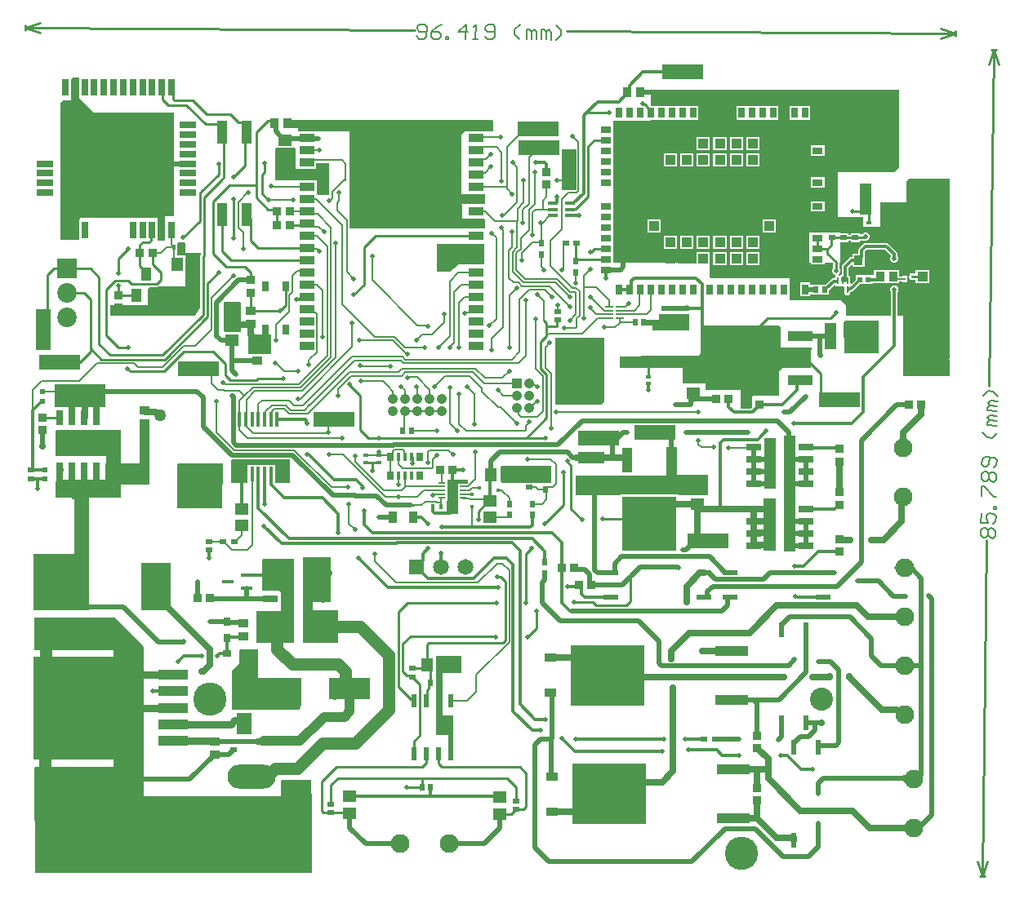
<source format=gtl>
G04*
G04 #@! TF.GenerationSoftware,Altium Limited,Altium Designer,21.3.2 (30)*
G04*
G04 Layer_Physical_Order=1*
G04 Layer_Color=255*
%FSLAX25Y25*%
%MOIN*%
G70*
G04*
G04 #@! TF.SameCoordinates,C802B3A6-08BF-4FCB-9CCF-05BD449E4A77*
G04*
G04*
G04 #@! TF.FilePolarity,Positive*
G04*
G01*
G75*
%ADD10C,0.00787*%
%ADD12C,0.03937*%
%ADD16C,0.00600*%
%ADD18C,0.01000*%
%ADD21R,0.12008X0.04000*%
%ADD22R,0.07087X0.02756*%
%ADD23R,0.02756X0.07087*%
%ADD24R,0.04449X0.09606*%
%ADD25R,0.03937X0.05512*%
%ADD26R,0.13800X0.04100*%
%ADD27R,0.30300X0.24700*%
%ADD28R,0.06000X0.02200*%
%ADD29R,0.04900X0.03800*%
%ADD30R,0.06102X0.08858*%
%ADD31R,0.02520X0.02362*%
%ADD32R,0.05118X0.05512*%
%ADD33R,0.16535X0.05906*%
%ADD34R,0.03543X0.03937*%
%ADD35R,0.10236X0.04173*%
%ADD36R,0.22441X0.22173*%
%ADD37R,0.03347X0.03740*%
%ADD38R,0.03740X0.03347*%
%ADD39R,0.02200X0.06000*%
%ADD40R,0.02953X0.02362*%
%ADD41R,0.02362X0.02953*%
%ADD42R,0.01968X0.01575*%
%ADD43R,0.03543X0.04724*%
%ADD44R,0.05709X0.04724*%
%ADD45R,0.12205X0.19685*%
%ADD46R,0.02362X0.02520*%
G04:AMPARAMS|DCode=47|XSize=29.92mil|YSize=8.66mil|CornerRadius=1.08mil|HoleSize=0mil|Usage=FLASHONLY|Rotation=90.000|XOffset=0mil|YOffset=0mil|HoleType=Round|Shape=RoundedRectangle|*
%AMROUNDEDRECTD47*
21,1,0.02992,0.00650,0,0,90.0*
21,1,0.02776,0.00866,0,0,90.0*
1,1,0.00217,0.00325,0.01388*
1,1,0.00217,0.00325,-0.01388*
1,1,0.00217,-0.00325,-0.01388*
1,1,0.00217,-0.00325,0.01388*
%
%ADD47ROUNDEDRECTD47*%
%ADD48R,0.02097X0.05728*%
%ADD49R,0.04331X0.01575*%
%ADD50R,0.16535X0.08661*%
%ADD51R,0.03937X0.03543*%
%ADD52R,0.06004X0.02756*%
G04:AMPARAMS|DCode=53|XSize=46.85mil|YSize=15.75mil|CornerRadius=1.97mil|HoleSize=0mil|Usage=FLASHONLY|Rotation=180.000|XOffset=0mil|YOffset=0mil|HoleType=Round|Shape=RoundedRectangle|*
%AMROUNDEDRECTD53*
21,1,0.04685,0.01181,0,0,180.0*
21,1,0.04291,0.01575,0,0,180.0*
1,1,0.00394,-0.02146,0.00591*
1,1,0.00394,0.02146,0.00591*
1,1,0.00394,0.02146,-0.00591*
1,1,0.00394,-0.02146,-0.00591*
%
%ADD53ROUNDEDRECTD53*%
%ADD54R,0.02362X0.01968*%
%ADD55R,0.02756X0.06004*%
%ADD56R,0.17913X0.09055*%
%ADD57R,0.05906X0.16535*%
%ADD58R,0.01575X0.01968*%
%ADD59R,0.03937X0.06299*%
%ADD60R,0.02953X0.00787*%
%ADD61R,0.05512X0.05118*%
%ADD62R,0.04173X0.10236*%
%ADD63R,0.22173X0.22441*%
%ADD64R,0.10630X0.05118*%
%ADD65R,0.03543X0.03150*%
%ADD66R,0.03150X0.03543*%
%ADD67R,0.05906X0.03543*%
%ADD68R,0.03543X0.03543*%
%ADD69R,0.02362X0.01378*%
%ADD70R,0.08661X0.04134*%
%ADD71R,0.04134X0.03937*%
%ADD72R,0.03543X0.00787*%
%ADD73R,0.12992X0.05118*%
%ADD74R,0.05118X0.12992*%
%ADD75R,0.02756X0.03937*%
G04:AMPARAMS|DCode=76|XSize=61.81mil|YSize=16.14mil|CornerRadius=2.02mil|HoleSize=0mil|Usage=FLASHONLY|Rotation=90.000|XOffset=0mil|YOffset=0mil|HoleType=Round|Shape=RoundedRectangle|*
%AMROUNDEDRECTD76*
21,1,0.06181,0.01211,0,0,90.0*
21,1,0.05778,0.01614,0,0,90.0*
1,1,0.00404,0.00605,0.02889*
1,1,0.00404,0.00605,-0.02889*
1,1,0.00404,-0.00605,-0.02889*
1,1,0.00404,-0.00605,0.02889*
%
%ADD76ROUNDEDRECTD76*%
%ADD77R,0.02756X0.03543*%
%ADD78R,0.01575X0.03543*%
%ADD79R,0.00709X0.00984*%
%ADD80R,0.05118X0.10630*%
%ADD81R,0.02126X0.02362*%
%ADD82R,0.05315X0.04528*%
%ADD164C,0.01200*%
%ADD165R,0.32992X0.41968*%
%ADD166R,0.03937X0.03937*%
%ADD167R,0.04331X0.02756*%
%ADD168R,0.02756X0.04331*%
%ADD169C,0.02500*%
%ADD170C,0.02000*%
%ADD171C,0.05000*%
%ADD172C,0.02953*%
%ADD173C,0.00800*%
%ADD174C,0.01201*%
%ADD175C,0.01181*%
%ADD176C,0.01968*%
%ADD177C,0.03000*%
%ADD178C,0.09409*%
%ADD179C,0.13583*%
%ADD180C,0.07677*%
%ADD181C,0.06496*%
%ADD182R,0.06496X0.06496*%
%ADD183O,0.08858X0.17717*%
%ADD184O,0.17717X0.08858*%
%ADD185O,0.19685X0.09843*%
%ADD186R,0.07972X0.07972*%
%ADD187C,0.07972*%
%ADD188R,0.04134X0.04134*%
%ADD189C,0.04134*%
%ADD190C,0.04213*%
%ADD191C,0.01900*%
%ADD192C,0.05000*%
%ADD193C,0.02362*%
%ADD194C,0.01968*%
%ADD195C,0.02000*%
%ADD196C,0.01575*%
%ADD197C,0.01500*%
%ADD198C,0.02756*%
G36*
X356917Y289592D02*
X355029Y287705D01*
X331767D01*
Y269352D01*
X342051D01*
Y264870D01*
X342096D01*
X342385Y265159D01*
X345678D01*
X345678Y265159D01*
X345739Y265305D01*
X349118D01*
Y275112D01*
X349149Y275186D01*
X359728D01*
Y283819D01*
X360827Y284918D01*
X377658D01*
Y211591D01*
X377292Y211225D01*
X377658Y210859D01*
Y204054D01*
X358631D01*
X358412Y204145D01*
Y229008D01*
X356355D01*
Y238664D01*
X356429Y238738D01*
X356680Y239345D01*
Y240001D01*
X356429Y240608D01*
X355964Y241073D01*
X355358Y241324D01*
X354701D01*
X354094Y241073D01*
X353630Y240608D01*
X353379Y240001D01*
Y239345D01*
X353630Y238738D01*
X353703Y238664D01*
Y229008D01*
X335505D01*
X335140Y229351D01*
Y232814D01*
X335359Y233032D01*
X333308Y235083D01*
X312307D01*
X312089Y235302D01*
Y244184D01*
X280144D01*
X279690Y244665D01*
Y249981D01*
X279689Y249981D01*
Y254940D01*
X274352D01*
Y250498D01*
X273993Y250150D01*
X259561Y250578D01*
X240232D01*
Y281171D01*
Y299122D01*
Y308705D01*
X255431D01*
X255431Y308855D01*
X257316D01*
X257641Y308855D01*
X258141Y308855D01*
X261647D01*
X261972Y308855D01*
X262472Y308855D01*
X265978D01*
X266303Y308855D01*
X266803Y308855D01*
X270308D01*
X270634Y308855D01*
X271133Y308855D01*
X274964D01*
Y314586D01*
X271133D01*
X270808Y314586D01*
X270308Y314586D01*
X266803D01*
X266478Y314586D01*
X265978Y314586D01*
X262472D01*
X262147Y314586D01*
X261647Y314586D01*
X258141D01*
X257816Y314586D01*
X257316Y314586D01*
X255811D01*
X255459Y314940D01*
X255487Y321238D01*
X255487D01*
Y321238D01*
X260515Y321272D01*
X356917D01*
Y289592D01*
D02*
G37*
G36*
X110389Y297377D02*
X110389Y292895D01*
X110389Y288898D01*
X118876D01*
Y289054D01*
X118880D01*
Y291179D01*
X118991Y291290D01*
X124239D01*
Y288983D01*
X124154Y288898D01*
X124220D01*
Y284722D01*
X124220Y284406D01*
X124293Y284252D01*
X124293Y284252D01*
X124293D01*
X124293Y283752D01*
Y278332D01*
X119536D01*
X119097Y278771D01*
Y284187D01*
X102632D01*
X102119Y284699D01*
X102192Y284772D01*
Y297306D01*
X102653Y297401D01*
Y297401D01*
X109565D01*
Y297592D01*
X110018Y297701D01*
X110389Y297377D01*
D02*
G37*
G36*
X191290Y308407D02*
Y304106D01*
X179695D01*
X178201Y302612D01*
Y278676D01*
X187992D01*
X187992Y274882D01*
X187639Y274529D01*
X178900D01*
X178337Y274529D01*
X178269Y274461D01*
X178541Y274189D01*
X178541Y274029D01*
Y268477D01*
X187380D01*
X187720Y268118D01*
Y264533D01*
X132580D01*
Y267835D01*
X132586Y267868D01*
X132501Y268297D01*
X132392Y268460D01*
Y284252D01*
Y304242D01*
X111783D01*
X111468Y304373D01*
Y305686D01*
X105856D01*
Y309002D01*
X190695D01*
X191290Y308407D01*
D02*
G37*
G36*
X22265Y317886D02*
X28221Y311929D01*
X61000D01*
Y269449D01*
X57202D01*
Y260019D01*
X57076Y259714D01*
X54241D01*
Y268771D01*
X22469D01*
Y268284D01*
X22352D01*
Y259835D01*
X22333Y259816D01*
X14464D01*
Y315986D01*
X15414Y316936D01*
X18805D01*
Y325551D01*
X19279Y326025D01*
X19764Y326094D01*
X22265D01*
Y317886D01*
D02*
G37*
G36*
X187380Y249755D02*
X176951D01*
X176788Y249592D01*
X173416Y246753D01*
X168313D01*
X168139Y246825D01*
Y258241D01*
X187380Y258241D01*
Y249755D01*
D02*
G37*
G36*
X65087Y259018D02*
X65478Y258702D01*
Y254185D01*
X65816Y254524D01*
X71883D01*
Y253838D01*
X71688Y253547D01*
X71595Y253079D01*
Y232263D01*
X69665Y228814D01*
X34951D01*
Y233223D01*
X34979Y233291D01*
X50282D01*
Y239736D01*
X51223Y240676D01*
X53907D01*
X54292Y240753D01*
X65410D01*
Y246503D01*
X65486D01*
Y252700D01*
X65818Y253033D01*
X65486Y253050D01*
Y253415D01*
X62281D01*
X62227Y253545D01*
Y255262D01*
X62236D01*
Y258630D01*
X62507Y259018D01*
X65087D01*
D02*
G37*
G36*
X271133Y222754D02*
X256104D01*
Y225027D01*
X251417D01*
Y227336D01*
X258717Y227336D01*
Y229466D01*
X271133D01*
Y222754D01*
D02*
G37*
G36*
X88181Y234224D02*
X88057Y234101D01*
Y222339D01*
X81798D01*
X81222Y222448D01*
X81153Y222543D01*
X81258Y223177D01*
X81324Y223243D01*
Y234641D01*
X87891D01*
X88181Y234224D01*
D02*
G37*
G36*
X348487Y218522D02*
Y213519D01*
X334676D01*
X334324Y226254D01*
X334676Y226597D01*
X334676D01*
X334948Y226985D01*
X348487D01*
Y218522D01*
D02*
G37*
G36*
X100467Y213654D02*
X100050Y213363D01*
X91113D01*
Y220708D01*
X91113Y221084D01*
X91577Y221173D01*
X100467D01*
Y213654D01*
D02*
G37*
G36*
X308532Y224136D02*
Y215767D01*
X321054D01*
X321261Y215267D01*
X320808Y214815D01*
Y207400D01*
X309118D01*
X307854Y206136D01*
Y196298D01*
X297269D01*
X296727Y195756D01*
X296902Y195581D01*
Y191295D01*
X296365Y190758D01*
X292415D01*
X292165Y191008D01*
Y198655D01*
X277970D01*
Y201340D01*
X268555D01*
Y207400D01*
X243225D01*
X243033Y207862D01*
X243068Y207897D01*
Y212375D01*
X250283D01*
X251343Y212375D01*
X251344Y212376D01*
X251417Y212714D01*
X275156D01*
X275960Y213519D01*
Y225027D01*
X307641D01*
X308532Y224136D01*
D02*
G37*
G36*
X236499Y194025D02*
X235113Y192639D01*
X216435D01*
Y219550D01*
X216671Y219952D01*
X236499D01*
Y194025D01*
D02*
G37*
G36*
X32935Y191676D02*
X12372D01*
X12314Y191814D01*
Y200919D01*
X32935D01*
Y191676D01*
D02*
G37*
G36*
X214819Y160756D02*
X214649Y160685D01*
X194573D01*
X194209Y166934D01*
X194682Y167419D01*
X214819D01*
Y160756D01*
D02*
G37*
G36*
X108239Y160442D02*
X102116D01*
Y168020D01*
X90841D01*
Y160685D01*
X84071D01*
X84067Y169899D01*
X84421Y170252D01*
X108239D01*
Y160442D01*
D02*
G37*
G36*
X306552Y172049D02*
Y158269D01*
X306552Y158269D01*
X301786D01*
Y178837D01*
X306552D01*
Y172049D01*
D02*
G37*
G36*
X266340Y163702D02*
X266498Y163859D01*
X278855D01*
Y155782D01*
X278650Y155697D01*
X266786D01*
Y155881D01*
X243213D01*
Y155697D01*
X224836D01*
Y163499D01*
X224837Y163499D01*
X261834D01*
Y174798D01*
X261946Y175068D01*
X266340D01*
Y163702D01*
D02*
G37*
G36*
X63657Y168389D02*
X80613D01*
Y150455D01*
X80500Y150183D01*
X62227D01*
Y168108D01*
X62507Y168389D01*
X63657Y168389D01*
X63657Y168389D01*
D02*
G37*
G36*
X180827Y161826D02*
Y160591D01*
X180460Y160224D01*
X179113D01*
X179014Y160204D01*
X176843D01*
Y158017D01*
Y153293D01*
X177023D01*
Y147889D01*
X172330D01*
Y153293D01*
X172534D01*
Y158017D01*
Y161779D01*
X172996Y161871D01*
X180782D01*
X180827Y161826D01*
D02*
G37*
G36*
X306389Y146586D02*
Y132807D01*
X306389Y132807D01*
X301623D01*
Y154154D01*
X306389D01*
Y146586D01*
D02*
G37*
G36*
X314696Y172188D02*
Y158332D01*
Y146418D01*
Y132561D01*
X313685D01*
X313685Y132579D01*
X313685Y132579D01*
X309930Y132638D01*
Y158409D01*
Y179756D01*
X314696D01*
Y172188D01*
D02*
G37*
G36*
X110002Y95193D02*
X94604D01*
Y108225D01*
X104543D01*
Y115792D01*
X103897Y116438D01*
X96792D01*
Y129191D01*
X97292Y129536D01*
X97410Y129494D01*
X102010Y129571D01*
X110002D01*
Y95193D01*
D02*
G37*
G36*
X39303Y154634D02*
X26361D01*
X26140Y154413D01*
Y131672D01*
X26149Y108852D01*
X25796Y108499D01*
X3615D01*
Y131672D01*
X20241D01*
Y153755D01*
X19141D01*
Y154413D01*
X12625D01*
X12624Y161221D01*
X13124Y161721D01*
X33156D01*
Y171590D01*
X12623D01*
Y181789D01*
X12977Y182143D01*
X39303D01*
Y154634D01*
D02*
G37*
G36*
X124812Y130059D02*
Y112008D01*
X117634D01*
Y108432D01*
X127915D01*
Y95348D01*
X113479D01*
Y129031D01*
X113479Y129532D01*
Y130112D01*
X124758D01*
X124812Y130059D01*
D02*
G37*
G36*
X95349Y92634D02*
Y80952D01*
X95544Y80757D01*
X112773D01*
Y69830D01*
X112124Y67968D01*
X84522D01*
Y83527D01*
X84421Y83629D01*
X87349Y86558D01*
X87456D01*
Y92136D01*
X87809Y92635D01*
X95349Y92634D01*
D02*
G37*
G36*
X178181Y82992D02*
X170352D01*
X170429Y82915D01*
Y76538D01*
X170429Y65495D01*
X174768D01*
Y48034D01*
X174413Y47682D01*
X172908Y47697D01*
Y57231D01*
X172729Y57410D01*
X168016D01*
Y90010D01*
X178181Y90010D01*
Y82992D01*
D02*
G37*
G36*
X36820Y105474D02*
X48320Y93973D01*
X48429Y93375D01*
Y32535D01*
X104566D01*
Y38760D01*
X104737Y39174D01*
X116970D01*
Y33801D01*
X117109Y33662D01*
Y1064D01*
X4167D01*
X3866Y44356D01*
X4218Y44711D01*
X36355D01*
Y92253D01*
X3877Y92253D01*
Y105474D01*
X36820Y105474D01*
D02*
G37*
%LPC*%
G36*
X303485Y314586D02*
X302985Y314586D01*
X299480D01*
X299155Y314586D01*
X298655Y314586D01*
X295149D01*
X294824Y314586D01*
X294324Y314586D01*
X290493D01*
Y308855D01*
X294324D01*
X294649Y308855D01*
X295149Y308855D01*
X298655D01*
X298980Y308855D01*
X299480Y308855D01*
X302985D01*
X303311Y308855D01*
X303811Y308855D01*
X307641D01*
Y314586D01*
X303485Y314586D01*
D02*
G37*
G36*
X316478D02*
X315978Y314586D01*
X312147D01*
Y308855D01*
X315978D01*
X316303Y308855D01*
X316803Y308855D01*
X320634D01*
Y314586D01*
X316478Y314586D01*
D02*
G37*
G36*
X299767Y301790D02*
X294430D01*
Y296453D01*
X299767D01*
Y301790D01*
D02*
G37*
G36*
X293074D02*
X287737D01*
Y296453D01*
X293074D01*
Y301790D01*
D02*
G37*
G36*
X286382D02*
X281045D01*
Y296453D01*
X286382D01*
Y301790D01*
D02*
G37*
G36*
X279689D02*
X274352D01*
Y296453D01*
X279689D01*
Y301790D01*
D02*
G37*
G36*
X326539Y298444D02*
X320808D01*
Y294288D01*
X326539D01*
Y298444D01*
D02*
G37*
G36*
X299767Y295097D02*
X294430D01*
Y289760D01*
X299767D01*
Y295097D01*
D02*
G37*
G36*
X293074D02*
X287737D01*
Y289760D01*
X293074D01*
Y295097D01*
D02*
G37*
G36*
X286382D02*
X281045D01*
Y289760D01*
X286382D01*
Y295097D01*
D02*
G37*
G36*
X279689D02*
X274352D01*
Y289760D01*
X279689D01*
Y295097D01*
D02*
G37*
G36*
X272996D02*
X267659D01*
Y289760D01*
X272996D01*
Y295097D01*
D02*
G37*
G36*
X266303D02*
X260966D01*
Y289760D01*
X266303D01*
Y295097D01*
D02*
G37*
G36*
X326539Y285452D02*
X320808D01*
Y281296D01*
X326539D01*
Y285452D01*
D02*
G37*
G36*
Y275609D02*
X320808D01*
Y271453D01*
X326539D01*
Y275609D01*
D02*
G37*
G36*
X306460Y268326D02*
X301123D01*
Y262989D01*
X306460D01*
Y268326D01*
D02*
G37*
G36*
X259610D02*
X254273D01*
Y262989D01*
X259610D01*
Y268326D01*
D02*
G37*
G36*
X332799Y262965D02*
X320114D01*
Y262117D01*
Y250450D01*
X320808D01*
Y249800D01*
X326539D01*
Y250450D01*
X329771D01*
X329974Y250248D01*
Y248313D01*
X329881Y248221D01*
X329630Y247614D01*
Y246957D01*
X329881Y246350D01*
X330345Y245886D01*
X330814Y245692D01*
X330918Y245257D01*
X330908Y245153D01*
X330892Y245143D01*
X330714Y244875D01*
X330651Y244560D01*
Y244287D01*
X330103D01*
X329595Y244186D01*
X329165Y243899D01*
X326755Y241488D01*
X321068D01*
X321068Y241488D01*
Y241488D01*
X321068Y241488D01*
X320634Y241646D01*
Y242538D01*
X316478D01*
Y236808D01*
X320634D01*
Y237411D01*
X321068Y237569D01*
Y237569D01*
X328295D01*
Y239279D01*
X330283Y241267D01*
X330892Y241201D01*
X331159Y241023D01*
X331475Y240960D01*
X332124D01*
X332440Y241023D01*
X332784Y241169D01*
X333128Y241023D01*
X333443Y240960D01*
X334093D01*
X334098Y240961D01*
X334155Y240949D01*
X334588Y240587D01*
Y238083D01*
X334650Y237768D01*
X334829Y237501D01*
X335097Y237322D01*
X335412Y237259D01*
X336062D01*
X336377Y237322D01*
X336644Y237501D01*
X336823Y237768D01*
X336886Y238083D01*
Y238405D01*
X337840Y238800D01*
X338316Y239165D01*
X338691Y239454D01*
X338697Y239460D01*
X339042Y239818D01*
X341006Y241782D01*
X346087D01*
Y242338D01*
X346641D01*
Y242166D01*
X351456D01*
X351585Y242166D01*
X351956D01*
X352085Y242166D01*
X356900D01*
Y242768D01*
X358055D01*
Y242691D01*
X360164D01*
Y243577D01*
X360225Y243883D01*
X360164Y244189D01*
Y245075D01*
X358055D01*
Y244998D01*
X356900D01*
Y247503D01*
X352085D01*
X351956Y247503D01*
X351585D01*
X351456Y247503D01*
X346641D01*
Y244989D01*
X346087D01*
Y245545D01*
X339159D01*
Y243684D01*
X337386Y241910D01*
X336886Y242118D01*
Y244560D01*
X336823Y244875D01*
X336644Y245143D01*
X336377Y245321D01*
X336163Y245364D01*
Y248478D01*
X337329Y249644D01*
X337791Y249452D01*
Y248952D01*
X342735D01*
Y252316D01*
X342850Y252489D01*
X342950Y252993D01*
Y255154D01*
X343755Y255959D01*
X351152D01*
X353565Y253545D01*
Y253202D01*
X353503Y253140D01*
X353252Y252534D01*
Y251877D01*
X353503Y251270D01*
X353967Y250806D01*
X354574Y250554D01*
X355231D01*
X355837Y250806D01*
X356302Y251270D01*
X356553Y251877D01*
Y252534D01*
X356302Y253140D01*
X356197Y253245D01*
Y254090D01*
X356097Y254594D01*
X355811Y255021D01*
X352627Y258205D01*
X352200Y258490D01*
X351697Y258591D01*
X343210D01*
X342706Y258490D01*
X342279Y258205D01*
X340704Y256630D01*
X340419Y256203D01*
X340319Y255700D01*
Y254289D01*
X337791D01*
Y253010D01*
X337519D01*
X337015Y252910D01*
X336588Y252624D01*
X333917Y249953D01*
X333632Y249527D01*
X333532Y249023D01*
Y245530D01*
X333298Y245484D01*
X333148Y245383D01*
X332707Y245143D01*
X332440Y245321D01*
X332250Y245359D01*
X332163Y245818D01*
X332168Y245866D01*
X332216Y245886D01*
X332680Y246350D01*
X332931Y246957D01*
Y247614D01*
X332680Y248221D01*
X332421Y248480D01*
Y250450D01*
X332799D01*
Y258894D01*
X336263D01*
Y259552D01*
X337068D01*
Y258894D01*
X340988D01*
Y259674D01*
X342527D01*
X342699Y259708D01*
X342844Y259648D01*
X343500D01*
X344107Y259900D01*
X344571Y260364D01*
X344823Y260971D01*
Y261628D01*
X344571Y262234D01*
X344107Y262699D01*
X343500Y262950D01*
X342844D01*
X342237Y262699D01*
X341773Y262234D01*
X341726Y262121D01*
X340988D01*
Y262656D01*
X337068D01*
Y261999D01*
X336263D01*
Y262656D01*
X332799D01*
Y262965D01*
D02*
G37*
G36*
X299767Y261633D02*
X294430D01*
Y256296D01*
X299767D01*
Y261633D01*
D02*
G37*
G36*
X293074D02*
X287737D01*
Y256296D01*
X293074D01*
Y261633D01*
D02*
G37*
G36*
X286382D02*
X281045D01*
Y256296D01*
X286382D01*
Y261633D01*
D02*
G37*
G36*
X279689D02*
X274352D01*
Y256296D01*
X279689D01*
Y261633D01*
D02*
G37*
G36*
X272996D02*
X267659D01*
Y256296D01*
X272996D01*
Y261633D01*
D02*
G37*
G36*
X266303D02*
X260966D01*
Y256296D01*
X266303D01*
Y261633D01*
D02*
G37*
G36*
X299767Y254940D02*
X294430D01*
Y250043D01*
X294369Y249981D01*
X294430D01*
Y249603D01*
X299767D01*
Y249885D01*
Y254940D01*
D02*
G37*
G36*
X293074D02*
X287737D01*
Y250100D01*
X287614Y249981D01*
X287737D01*
Y249603D01*
X293074D01*
Y249603D01*
Y254940D01*
D02*
G37*
G36*
X286382D02*
X281045D01*
Y250299D01*
X280716Y249981D01*
X281045D01*
Y249603D01*
X286382D01*
Y249782D01*
Y254940D01*
D02*
G37*
G36*
X369244Y247503D02*
X363710D01*
Y246091D01*
X362141D01*
X361983Y246059D01*
X361087D01*
Y245449D01*
X361011Y245335D01*
X360917Y244867D01*
X361011Y244399D01*
X361087Y244285D01*
Y243675D01*
X361983D01*
X362141Y243644D01*
X363710D01*
Y242166D01*
X369244D01*
Y247503D01*
D02*
G37*
%LPD*%
D10*
X102653Y225361D02*
X107981Y230688D01*
Y237315D01*
X102601Y209551D02*
X105771Y206380D01*
X111468D01*
X102376Y209551D02*
X102601D01*
X194253Y191405D02*
X200929Y184729D01*
X193127Y191405D02*
X194253D01*
X186664Y197869D02*
X193127Y191405D01*
X181547Y204370D02*
X186664Y199253D01*
Y197869D02*
Y199253D01*
X171652Y204370D02*
X181547D01*
X182996Y205860D02*
X187516Y201340D01*
X200824D01*
X155326Y205860D02*
X182996D01*
X100868Y281525D02*
X115227D01*
X100662Y281732D02*
X100868Y281525D01*
X131465Y246861D02*
Y267868D01*
X118900Y276485D02*
X129648Y265737D01*
X131465Y246861D02*
X134288Y244037D01*
X129648Y233438D02*
Y265737D01*
X119483Y270410D02*
X124874Y265019D01*
X115227Y271525D02*
X116342Y270410D01*
X124874Y211869D02*
Y265019D01*
X116342Y270410D02*
X119483D01*
X115227Y276525D02*
X115267Y276485D01*
X118900D01*
X137197Y202197D02*
X137227Y202227D01*
X146072D01*
X150358Y194871D02*
Y197941D01*
X148188Y200111D02*
X148188D01*
X146072Y202227D02*
X148188Y200111D01*
X148188D02*
X150358Y197941D01*
X111906Y194982D02*
X112565D01*
X133670Y216087D02*
Y225747D01*
X112565Y194982D02*
X133670Y216087D01*
X111694Y194769D02*
X111906Y194982D01*
X112621Y199616D02*
X124874Y211869D01*
X93046Y199616D02*
X112621D01*
X133508Y212083D02*
X154129D01*
X113486Y192062D02*
X133508Y212083D01*
X109864Y192062D02*
X113486D01*
X107778Y194148D02*
X109864Y192062D01*
X96746Y194148D02*
X107778D01*
X95349Y192751D02*
X96746Y194148D01*
X133170Y204370D02*
X153835D01*
X127757Y196196D02*
Y198957D01*
X133170Y204370D01*
X159737Y218794D02*
X162094Y221151D01*
X166185D02*
X171360Y226326D01*
X162094Y221151D02*
X166185D01*
X355045Y243884D02*
X355045Y243883D01*
X359109D01*
X129648Y233438D02*
X142804Y220282D01*
X89627Y196197D02*
X93046Y199616D01*
X118657Y230147D02*
X119273Y229531D01*
X116339Y211159D02*
X119119Y213939D01*
X115227Y231525D02*
X116605Y230147D01*
X118657D01*
X119119Y213939D02*
Y214146D01*
X119273Y214301D01*
Y229531D01*
X119137Y241525D02*
X121432Y239230D01*
Y220282D02*
Y239230D01*
X205047Y170357D02*
X214669D01*
X216888Y168138D01*
Y160052D02*
Y168138D01*
X213258Y158807D02*
X215643D01*
X216888Y160052D01*
X212471Y158020D02*
X213258Y158807D01*
X212471Y157724D02*
Y158020D01*
X216888Y189382D02*
X274823D01*
X219738Y248364D02*
Y257759D01*
X219230Y247856D02*
X219738Y248364D01*
X219230Y247555D02*
Y247856D01*
X213014Y220594D02*
X213945Y221525D01*
X227652D01*
X115858Y210698D02*
X116319Y211159D01*
X115858Y208943D02*
Y210698D01*
X116319Y211159D02*
X116339D01*
X211820Y247547D02*
Y247848D01*
X210717Y248951D02*
Y253945D01*
Y248951D02*
X211820Y247848D01*
X220525Y258547D02*
X220821D01*
X219738Y257759D02*
X220525Y258547D01*
X173533Y199696D02*
X173558Y199671D01*
Y184863D02*
Y199671D01*
Y184863D02*
X176556Y181865D01*
X154129Y212083D02*
X155223Y210988D01*
X198879D01*
X153835Y204370D02*
X155326Y205860D01*
X167280Y199997D02*
X171652Y204370D01*
X173503Y220594D02*
Y242983D01*
X168814Y215904D02*
X173503Y220594D01*
Y242983D02*
X177045Y246525D01*
X179996Y229902D02*
X180242Y230147D01*
X182747D01*
X179695Y229902D02*
X179996D01*
X205824Y201340D02*
X206465Y200700D01*
X208261D01*
X208963Y199997D01*
X209265D01*
X211820Y226940D02*
Y234947D01*
X209367Y237400D02*
X211820Y234947D01*
X205937Y239543D02*
X212295D01*
X202032Y235638D02*
X205937Y239543D01*
X212295D02*
X215313Y236525D01*
X198879Y210988D02*
X202032Y214141D01*
Y235638D01*
X3244Y190442D02*
X3359Y190328D01*
X3244Y190442D02*
Y198414D01*
X6922Y202092D01*
X22086D01*
X29439Y209444D02*
X44485D01*
X46080Y207850D01*
X56123D01*
X22086Y202092D02*
X29439Y209444D01*
X56123Y207850D02*
X64740Y216467D01*
X69497D01*
X76112Y223082D01*
Y236122D01*
X85280Y245290D01*
X87072Y264813D02*
X89128Y262756D01*
X91038Y279292D02*
X91239D01*
X87072Y275325D02*
X91038Y279292D01*
X87072Y264813D02*
Y275325D01*
X89128Y256282D02*
Y262756D01*
X155242Y215803D02*
X163294D01*
X150763Y220282D02*
X155242Y215803D01*
X142804Y220282D02*
X150763D01*
X150147Y218794D02*
X155810Y213131D01*
X136538Y218794D02*
X150147D01*
X136951Y208283D02*
X149125D01*
X136794Y208440D02*
X136951Y208283D01*
X95349Y186688D02*
Y192751D01*
X155047Y195182D02*
X155358Y194871D01*
X155047Y195182D02*
Y198460D01*
X153510Y199997D02*
X155047Y198460D01*
X156275Y203780D02*
X160270D01*
X165358Y198691D01*
X156111Y203615D02*
X156275Y203780D01*
X182747Y230147D02*
X184125Y231525D01*
X171360Y226326D02*
Y229474D01*
X155810Y213131D02*
X156111D01*
X165358Y194871D02*
Y198691D01*
X160358Y194871D02*
Y199076D01*
X159737Y199696D02*
X160358Y199076D01*
X159737Y199696D02*
Y199997D01*
X102653Y218794D02*
Y225361D01*
X111141Y247069D02*
X114684D01*
X109170Y245097D02*
X111141Y247069D01*
X114684D02*
X115227Y246525D01*
X109170Y238505D02*
Y245097D01*
X107981Y237315D02*
X109170Y238505D01*
X149125Y208283D02*
X149282Y208126D01*
X115227Y241525D02*
X119137D01*
X165220Y173947D02*
X173045D01*
X174768Y172223D01*
X164438Y168767D02*
Y173165D01*
X165220Y173947D01*
X166889Y155387D02*
X167463Y155961D01*
X170358D01*
X166588Y155387D02*
X166889D01*
X177045Y246525D02*
X184125D01*
X182478Y158557D02*
X185552D01*
X180698Y157536D02*
X181457D01*
X182478Y158557D01*
X234018Y227891D02*
X238530D01*
X232652Y226525D02*
X234018Y227891D01*
X232652Y226525D02*
Y226525D01*
X227652Y221525D02*
X232652Y226525D01*
X87672Y194242D02*
X89627Y196197D01*
X108091Y271525D02*
X115227D01*
X87672Y186688D02*
Y194242D01*
X194573Y157536D02*
X197723Y154386D01*
Y152047D02*
Y154386D01*
X193193Y157707D02*
X193364Y157536D01*
X194573D01*
X211168Y151911D02*
Y151916D01*
X207203Y151911D02*
X211168D01*
X213014Y153762D02*
Y157181D01*
X205824Y158787D02*
X208421D01*
X209484Y157724D01*
X212471D01*
X213014Y157181D01*
X211168Y151916D02*
X213014Y153762D01*
D12*
X132712Y67302D02*
Y74061D01*
X130406Y64996D02*
X132712Y67302D01*
X122061Y64996D02*
X130406D01*
X120747Y63681D02*
X122061Y64996D01*
X112317Y55251D02*
X120747Y63681D01*
X126386Y74028D02*
X127275Y74917D01*
Y76214D01*
X97473Y55251D02*
X112317D01*
X48792Y166708D02*
Y184447D01*
X42022Y164149D02*
X46233D01*
X48792Y166708D01*
D16*
X154202Y174071D02*
X154801Y173472D01*
Y171758D02*
Y173472D01*
X150207Y173471D02*
X150807Y174071D01*
X150207Y172771D02*
Y173471D01*
X154801Y171758D02*
X155260Y171299D01*
X150807Y174071D02*
X154202D01*
X149261Y172558D02*
X149995D01*
X150207Y172771D01*
X144446Y171878D02*
X144486Y171917D01*
Y173291D01*
X148411Y171878D02*
X148503Y171969D01*
X144446Y171878D02*
X148411D01*
X139301D02*
X144446D01*
X149157Y163799D02*
Y171299D01*
X149122Y163764D02*
X149157Y163799D01*
X81316Y201451D02*
X81734Y201033D01*
X83238D02*
X83261Y201010D01*
X80964Y201451D02*
X81316D01*
X81734Y201033D02*
X83238D01*
X83261Y201010D02*
X112044D01*
X226443Y228918D02*
Y238788D01*
X224920Y240311D02*
X226443Y238788D01*
X225276Y227751D02*
X226443Y228918D01*
X112044Y201010D02*
X123481Y212446D01*
Y257236D01*
X119192Y261525D02*
X123481Y257236D01*
X115227Y261525D02*
X119192D01*
X78206Y181290D02*
X85456Y174040D01*
X78206Y181290D02*
Y193758D01*
X85456Y174040D02*
X109909D01*
X195021Y127550D02*
X197723Y124848D01*
X185033Y119792D02*
X192792Y127550D01*
X195021D01*
X197723Y95568D02*
Y124848D01*
X142873Y128452D02*
X151533Y119792D01*
X142873Y128452D02*
Y131322D01*
X142804Y131391D02*
X142873Y131322D01*
X151533Y119792D02*
X185033D01*
X184331Y82177D02*
X197723Y95568D01*
X184331Y75293D02*
Y82177D01*
X180467Y71430D02*
X184331Y75293D01*
X173867Y71430D02*
X180467D01*
X132366Y143994D02*
X134968Y141392D01*
X132366Y143994D02*
Y151739D01*
X125096Y158853D02*
X131750D01*
X109909Y174040D02*
X125096Y158853D01*
X212471Y207697D02*
Y216016D01*
Y207697D02*
X214839Y205329D01*
X212471Y216016D02*
X214232Y217778D01*
X214839Y182919D02*
Y205329D01*
X220256Y223890D02*
X224924D01*
X225276Y224242D01*
Y227751D01*
X223576Y240311D02*
X224920D01*
X214649Y249238D02*
X223576Y240311D01*
X214649Y249238D02*
Y259609D01*
X219222Y264181D02*
Y276525D01*
X214649Y259609D02*
X219222Y264181D01*
Y276525D02*
X221858Y279162D01*
X225276D01*
X226019Y279905D01*
X223523Y302290D02*
X226019Y299794D01*
Y279905D02*
Y299794D01*
X184390Y301790D02*
X194213D01*
X184125Y301525D02*
X184390Y301790D01*
X183685Y184505D02*
Y197010D01*
X183930Y173106D02*
X183991Y173167D01*
X183930Y162252D02*
Y173106D01*
X180698Y199997D02*
X183685Y197010D01*
X177313Y234143D02*
X179695Y236525D01*
X177313Y215904D02*
Y234143D01*
X179695Y236525D02*
X184125D01*
X180882Y159204D02*
X183930Y162252D01*
X179113Y159204D02*
X180882D01*
X179019Y159111D02*
X179113Y159204D01*
X228062Y240451D02*
X233134D01*
X238530Y232616D02*
Y235054D01*
X233134Y240451D02*
X238530Y235054D01*
X90750Y133247D02*
X92790Y135287D01*
Y164090D01*
X84522Y133247D02*
X90750D01*
X80985Y136489D02*
X81280D01*
X84522Y133247D01*
X75254Y136712D02*
X80762D01*
X80985Y136489D01*
X391277Y138101D02*
X390291Y139115D01*
X390319Y141114D01*
X391333Y142100D01*
X392332Y142086D01*
X393318Y141072D01*
X394331Y142058D01*
X395331Y142044D01*
X396317Y141030D01*
X396288Y139031D01*
X395275Y138045D01*
X394275Y138059D01*
X393290Y139073D01*
X392276Y138087D01*
X391277Y138101D01*
X393290Y139073D02*
X393318Y141072D01*
X390417Y148111D02*
X390361Y144113D01*
X393360Y144071D01*
X392388Y146084D01*
X392402Y147083D01*
X393416Y148069D01*
X395415Y148041D01*
X396400Y147028D01*
X396373Y145028D01*
X395359Y144043D01*
X396443Y150026D02*
X395443Y150040D01*
X395457Y151040D01*
X396457Y151026D01*
X396443Y150026D01*
X390515Y155108D02*
X390571Y159106D01*
X391570Y159092D01*
X395513Y155038D01*
X396513Y155024D01*
X391599Y161092D02*
X390613Y162105D01*
X390641Y164104D01*
X391654Y165090D01*
X392654Y165076D01*
X393640Y164062D01*
X394653Y165048D01*
X395653Y165034D01*
X396638Y164020D01*
X396610Y162021D01*
X395597Y161036D01*
X394597Y161050D01*
X393612Y162063D01*
X392598Y161078D01*
X391599Y161092D01*
X393612Y162063D02*
X393640Y164062D01*
X395681Y167033D02*
X396694Y168019D01*
X396722Y170018D01*
X395737Y171031D01*
X391739Y171087D01*
X390725Y170102D01*
X390697Y168103D01*
X391683Y167089D01*
X392682Y167075D01*
X393696Y168061D01*
X393738Y171059D01*
X396876Y181013D02*
X394849Y179042D01*
X392850Y179070D01*
X390879Y181097D01*
X396918Y184012D02*
X392920Y184068D01*
X392934Y185067D01*
X393948Y186053D01*
X396946Y186011D01*
X393948Y186053D01*
X392962Y187067D01*
X393975Y188052D01*
X396974Y188010D01*
X397002Y190009D02*
X393004Y190065D01*
X393018Y191065D01*
X394032Y192051D01*
X397030Y192009D01*
X394032Y192051D01*
X393046Y193064D01*
X394059Y194050D01*
X397058Y194008D01*
X397086Y196007D02*
X395115Y198034D01*
X393116Y198062D01*
X391089Y196091D01*
X160030Y343052D02*
X161023Y342046D01*
X163023Y342034D01*
X164029Y343027D01*
X164053Y347026D01*
X163060Y348031D01*
X161061Y348044D01*
X160055Y347050D01*
X160049Y346051D01*
X161042Y345045D01*
X164041Y345026D01*
X170058Y347988D02*
X168052Y347001D01*
X166040Y345014D01*
X166028Y343015D01*
X167021Y342009D01*
X169021Y341996D01*
X170027Y342990D01*
X170033Y343989D01*
X169039Y344995D01*
X166040Y345014D01*
X172020Y341978D02*
X172026Y342977D01*
X173026Y342971D01*
X173019Y341971D01*
X172020Y341978D01*
X180017Y341928D02*
X180054Y347926D01*
X177037Y344945D01*
X181035Y344920D01*
X183016Y341909D02*
X185015Y341897D01*
X184016Y341903D01*
X184053Y347901D01*
X183047Y346907D01*
X188020Y342878D02*
X189014Y341872D01*
X191013Y341859D01*
X192019Y342853D01*
X192044Y346851D01*
X191050Y347857D01*
X189051Y347870D01*
X188045Y346876D01*
X188039Y345877D01*
X189032Y344871D01*
X192031Y344852D01*
X202009Y341791D02*
X200023Y343802D01*
X200035Y345802D01*
X202047Y347789D01*
X205008Y341772D02*
X205033Y345771D01*
X206033Y345764D01*
X207026Y344759D01*
X207008Y341760D01*
X207026Y344759D01*
X208032Y345752D01*
X209026Y344746D01*
X209007Y341747D01*
X211006Y341735D02*
X211031Y345733D01*
X212031Y345727D01*
X213024Y344721D01*
X213005Y341722D01*
X213024Y344721D01*
X214030Y345715D01*
X215023Y344709D01*
X215005Y341710D01*
X217004Y341697D02*
X219016Y343684D01*
X219028Y345684D01*
X217041Y347695D01*
D18*
X365162Y244797D02*
G03*
X364994Y244867I-168J-168D01*
G01*
X140093Y178960D02*
X204862D01*
X136810Y182243D02*
Y196340D01*
Y182243D02*
X140093Y178960D01*
X127218Y44401D02*
X162165D01*
X121223Y26452D02*
Y38405D01*
X127218Y44401D01*
X157474Y98014D02*
X191026D01*
X154278Y83629D02*
Y94817D01*
X157474Y98014D01*
X191890Y97769D02*
X192062Y97597D01*
X191271Y97769D02*
X191890D01*
X191026Y98014D02*
X191271Y97769D01*
X205263Y97597D02*
X208852Y101186D01*
Y108147D01*
X90390Y303927D02*
Y306153D01*
X87251Y307877D02*
X88665D01*
X84023Y311105D02*
X87251Y307877D01*
X74366Y311105D02*
X84023D01*
X88665Y307877D02*
X90390Y306153D01*
X68529Y316942D02*
X74366Y311105D01*
X61032Y316942D02*
X68529D01*
X73819Y307066D02*
X78665D01*
X80390Y305342D01*
Y303927D02*
Y305342D01*
X65977Y314908D02*
X73819Y307066D01*
X58633Y314908D02*
X65977D01*
X60446Y317528D02*
X61032Y316942D01*
X60446Y317528D02*
Y321725D01*
X59863Y322308D02*
X60446Y321725D01*
X56276Y317265D02*
X58633Y314908D01*
X80390Y303927D02*
X81297Y303020D01*
X81798Y204594D02*
X83883Y202510D01*
X94643D01*
X81798Y204594D02*
Y209166D01*
X89974Y290253D02*
Y303512D01*
X85113Y285392D02*
X89974Y290253D01*
Y303512D02*
X90390Y303927D01*
X204862Y178960D02*
X212419D01*
X212439Y178940D01*
X99309Y276286D02*
X99522D01*
X96863Y284803D02*
Y286629D01*
Y278732D02*
Y284803D01*
Y278732D02*
X99309Y276286D01*
X94541Y282124D02*
Y303770D01*
X94493Y282076D02*
X94541Y282124D01*
X83448Y282076D02*
X94493D01*
X94541Y277121D02*
X99292Y272370D01*
X94541Y277121D02*
Y282124D01*
X94541Y303770D02*
X99194Y308423D01*
X99292Y272370D02*
X102376D01*
X96863Y286629D02*
X97791Y287558D01*
Y291062D01*
X81297Y285432D02*
Y303020D01*
X80117Y284252D02*
X81297Y285432D01*
X71999Y279453D02*
X79048Y286502D01*
Y290893D01*
X71992Y279453D02*
X71999D01*
X71406Y267589D02*
Y278868D01*
X71992Y279453D01*
X80117Y284252D02*
X80117D01*
X73106Y277241D02*
X80117Y284252D01*
X73106Y253366D02*
Y277241D01*
X72819Y229204D02*
Y253079D01*
X73106Y253366D01*
X64653Y260836D02*
X71406Y267589D01*
X76965Y254144D02*
Y275593D01*
X38269Y246356D02*
Y252268D01*
X42362Y256362D01*
X38173Y237186D02*
X38352Y237365D01*
Y241080D01*
X43554Y241900D02*
X53907D01*
X102973Y271525D02*
Y271774D01*
X102376Y272370D02*
X102973Y271774D01*
Y265748D02*
Y271525D01*
X343348Y275292D02*
Y276644D01*
Y273670D02*
Y275292D01*
X337738Y271611D02*
X341289D01*
X343348Y273670D01*
X141873Y165493D02*
Y168728D01*
Y165493D02*
X141947Y165419D01*
X394468Y337542D02*
X396468Y337514D01*
X389740Y-176D02*
X391740Y-204D01*
X395468Y337528D02*
X397384Y331500D01*
X393384Y331556D02*
X395468Y337528D01*
X390740Y-190D02*
X392824Y5782D01*
X388824Y5838D02*
X390740Y-190D01*
X393546Y200256D02*
X395468Y337528D01*
X390740Y-190D02*
X392662Y137082D01*
X379927Y343282D02*
X379939Y345282D01*
X333Y345646D02*
X345Y347646D01*
X373921Y342319D02*
X379933Y344282D01*
X373946Y346319D02*
X379933Y344282D01*
X339Y346646D02*
X6326Y344608D01*
X339Y346646D02*
X6351Y348608D01*
X221226Y345270D02*
X379933Y344282D01*
X339Y346646D02*
X159046Y345657D01*
X204532Y111622D02*
Y131391D01*
X206856Y133715D01*
X132599Y200551D02*
X136810Y196340D01*
X132599Y200551D02*
Y200769D01*
X338780Y260898D02*
X342527D01*
X342929Y261299D02*
X343172D01*
X342527Y260898D02*
X342929Y261299D01*
X362141Y244867D02*
X364994D01*
X331197Y247369D02*
X331280Y247286D01*
X331197Y247369D02*
Y250754D01*
X327646Y254305D02*
X331197Y250754D01*
X303056Y227871D02*
X328917D01*
X331280Y230235D01*
X99194Y308423D02*
X102466D01*
X158015Y151573D02*
X158867D01*
X94643Y202510D02*
X95255Y203121D01*
X105694D01*
X192830Y122374D02*
X193003Y122202D01*
X194334D01*
X196223Y120314D01*
X156197Y111610D02*
X192673D01*
X196223Y96190D02*
Y120314D01*
X195226Y95193D02*
X196223Y96190D01*
X164866Y95193D02*
X195226D01*
X152504Y107917D02*
X156197Y111610D01*
X152504Y77306D02*
Y107917D01*
X134288Y237400D02*
X138433Y241545D01*
Y256718D01*
X143240Y261525D01*
X213014Y187112D02*
Y205033D01*
X204862Y178960D02*
X213014Y187112D01*
X210693Y207354D02*
X213014Y205033D01*
X219964Y151573D02*
Y164879D01*
X222974Y149905D02*
Y167548D01*
X221381Y169142D02*
X222974Y167548D01*
X221381Y169142D02*
Y169385D01*
X212369Y143978D02*
X219964Y151573D01*
X210693Y218273D02*
X213014Y220594D01*
X210693Y207354D02*
Y218273D01*
X217106Y224582D02*
Y226631D01*
X217551Y227077D01*
X213014Y224582D02*
Y225747D01*
Y220594D02*
Y224582D01*
X217106D01*
X154278Y83629D02*
X155965Y81941D01*
X152504Y77306D02*
X157478Y72331D01*
X158319D01*
X158867Y71430D02*
Y71783D01*
X158319Y72331D02*
X158867Y71783D01*
X185203Y145443D02*
Y149018D01*
X189315Y153130D02*
X189807D01*
X185203Y149018D02*
X189315Y153130D01*
X164130Y94457D02*
X164866Y95193D01*
X164130Y86203D02*
Y94457D01*
X247206Y112069D02*
Y122109D01*
X247567Y122471D01*
X245598Y110461D02*
X247206Y112069D01*
X233308Y110461D02*
X245598D01*
X224340Y112008D02*
X231761D01*
X233308Y110461D01*
X155965Y81941D02*
X157478D01*
X158159Y81260D01*
X158867Y50002D02*
Y54967D01*
X161362Y57462D01*
Y78136D01*
X158159Y81260D02*
X158238D01*
X161362Y78136D01*
X164130Y86203D02*
X165547Y84785D01*
Y78997D02*
Y84785D01*
X162652Y84724D02*
X164130Y86203D01*
X158159Y84724D02*
X162652D01*
X168867Y71430D02*
X168939Y71502D01*
Y78925D02*
X169012Y78997D01*
X168939Y71502D02*
Y78925D01*
X163867Y71430D02*
X164130Y71692D01*
Y75748D01*
X164866Y76484D01*
Y78316D01*
X165547Y78997D01*
X155751Y36213D02*
X162100D01*
X155716Y36248D02*
X155751Y36213D01*
X162100D02*
X162135Y36177D01*
X168867Y45885D02*
Y50002D01*
Y45885D02*
X170352Y44401D01*
X202095D01*
X204561Y28096D02*
Y41934D01*
X202095Y44401D02*
X204561Y41934D01*
X203648Y27183D02*
X204561Y28096D01*
X200592Y27183D02*
X203648D01*
X163867Y46102D02*
Y50002D01*
X162165Y44401D02*
X163867Y46102D01*
X121809Y25866D02*
X124806D01*
X121223Y26452D02*
X121809Y25866D01*
X124806Y35816D02*
X124966Y35976D01*
X124806Y29331D02*
Y35816D01*
X124966Y37181D02*
X127719Y39933D01*
X124966Y35976D02*
Y37181D01*
X162284Y39933D02*
X196849D01*
X127719D02*
X162284D01*
X162135Y36177D02*
X162284Y36326D01*
Y39933D01*
X196849D02*
X200592Y36190D01*
Y30647D02*
Y36190D01*
X193892Y25271D02*
X198602D01*
X200514Y27183D02*
X200592D01*
X198602Y25271D02*
X200514Y27183D01*
X124806Y25866D02*
X132430D01*
X132685Y25612D01*
X17109Y238160D02*
X24269D01*
X26856Y215466D02*
Y235573D01*
X24269Y238160D02*
X26856Y235573D01*
X229121Y311720D02*
X238530D01*
X252243Y315636D02*
X252487D01*
X253037Y315086D01*
X253108D01*
X253761Y314311D02*
Y314433D01*
X253108Y315086D02*
X253761Y314433D01*
Y314311D02*
X255563Y312508D01*
Y311720D02*
Y312508D01*
X143240Y261525D02*
X184125D01*
X34809Y212738D02*
X56353D01*
X57057Y211038D02*
X74519Y228500D01*
X26856Y215466D02*
X31285Y211038D01*
X56353Y212738D02*
X72819Y229204D01*
X31285Y211038D02*
X57057D01*
X30368Y217179D02*
X34809Y212738D01*
X74519Y228500D02*
Y242059D01*
X30368Y217179D02*
Y244648D01*
X64760Y214233D02*
X76732D01*
X81798Y209166D01*
X56783Y206256D02*
X64760Y214233D01*
X43068Y206256D02*
X56783D01*
X38068Y215949D02*
X42114D01*
X74519Y242059D02*
X79149Y246689D01*
X104161Y231013D02*
X106387Y233239D01*
X92120Y231013D02*
X104161D01*
X92114Y231019D02*
X92120Y231013D01*
X106387Y240615D02*
X106698Y240926D01*
X106387Y233239D02*
Y240615D01*
X149157Y175759D02*
X149439Y176040D01*
X42022Y207301D02*
X43068Y206256D01*
X33156Y220860D02*
Y239707D01*
X36818Y243370D02*
X42084D01*
X33156Y239707D02*
X36818Y243370D01*
X52128Y250028D02*
Y254640D01*
Y250028D02*
X55460Y246696D01*
X53907Y241900D02*
X55460Y243453D01*
Y246696D01*
X42084Y243370D02*
X43554Y241900D01*
X26856Y248160D02*
X30368Y244648D01*
X17109Y248160D02*
X26856D01*
X33156Y220860D02*
X38068Y215949D01*
X323674Y256208D02*
Y260539D01*
X158015Y171299D02*
X158159Y171156D01*
Y168767D02*
X158303Y168624D01*
X158159Y168767D02*
Y171156D01*
X222974Y149905D02*
X227437Y145443D01*
X211820Y226940D02*
X213014Y225747D01*
X232487Y300697D02*
X237059D01*
X229975Y277568D02*
Y298185D01*
X232487Y300697D01*
X225044Y272638D02*
X229975Y277568D01*
X222954Y272638D02*
X225044D01*
X222666Y272350D02*
X222954Y272638D01*
X253064Y145896D02*
X254999Y143961D01*
X235954Y145896D02*
X253064D01*
X92114Y231019D02*
Y238367D01*
X320114Y209752D02*
X320365D01*
X324931Y197093D02*
Y205186D01*
X320365Y209752D02*
X324931Y205186D01*
X327383Y194640D02*
X332698D01*
X324931Y197093D02*
X327383Y194640D01*
X299767Y224582D02*
X303056Y227871D01*
X327646Y254305D02*
Y256208D01*
X141873Y168728D02*
X144446D01*
X139301D02*
X141873D01*
X92114Y243485D02*
Y246503D01*
X89818Y248799D02*
X92114Y246503D01*
X82310Y248799D02*
X89818D01*
X9249Y225093D02*
Y245473D01*
X7434Y223278D02*
X9249Y225093D01*
X7119Y187261D02*
X7274Y187107D01*
X14200D01*
X14362Y187269D01*
X22466Y209843D02*
X26856Y214233D01*
Y215466D01*
X11936Y248160D02*
X17109D01*
X9249Y245473D02*
X11936Y248160D01*
X85280Y260462D02*
Y276358D01*
X85113Y276525D02*
X85280Y276358D01*
X84071Y251581D02*
X115172D01*
X80390Y255262D02*
X84071Y251581D01*
X76965Y254144D02*
X82310Y248799D01*
X80390Y255262D02*
Y270069D01*
X76965Y275593D02*
X83448Y282076D01*
X108091Y265748D02*
X114450D01*
X115227Y266525D01*
X115172Y251581D02*
X115227Y251525D01*
X95163Y256525D02*
X115227D01*
X92114Y259574D02*
Y268345D01*
Y259574D02*
X95163Y256525D01*
X90390Y270069D02*
X92114Y268345D01*
X51402Y263453D02*
X51989Y264041D01*
X51402Y259714D02*
Y263453D01*
X50706Y259018D02*
X51402Y259714D01*
X48228Y259018D02*
X50706D01*
X47010Y249064D02*
Y254640D01*
Y257800D01*
X48228Y259018D01*
X47010Y249064D02*
X49430Y246643D01*
X38173Y237186D02*
X45681D01*
X45690Y237194D01*
X49430Y245856D02*
Y246643D01*
X56276Y317265D02*
Y321959D01*
X55926Y322308D02*
X56276Y321959D01*
X344596Y266937D02*
Y274044D01*
X252555Y209752D02*
X254614Y207693D01*
X249264Y209752D02*
X252555D01*
X249264D02*
X249418Y209905D01*
X294702Y192602D02*
Y207400D01*
X272764Y203637D02*
X274823Y205696D01*
X284798D01*
X254614Y203780D02*
Y207693D01*
X260459Y209905D02*
X262053Y211500D01*
X284798Y205696D02*
X290602Y211500D01*
X294702Y207400D01*
X249418Y209905D02*
X260459D01*
X262053Y211500D02*
X290602D01*
X334304Y260775D02*
X339028D01*
X323674Y256208D02*
X327646D01*
X329077Y257639D01*
Y260273D01*
X329579Y260775D01*
X334303D02*
X334304Y260775D01*
X329579Y260775D02*
X334303D01*
X343348Y275292D02*
X344596Y274044D01*
X225043Y251715D02*
Y258241D01*
Y251715D02*
X225206Y251878D01*
X225043Y258241D02*
X225348Y258547D01*
X225206Y251878D02*
X237059D01*
X231025Y254826D02*
X231269D01*
X232652Y256208D01*
X237059D01*
D21*
X60567Y55287D02*
D03*
Y61987D02*
D03*
Y68688D02*
D03*
Y75389D02*
D03*
Y82090D02*
D03*
D22*
X66418Y290990D02*
D03*
X8151D02*
D03*
Y287053D02*
D03*
Y283116D02*
D03*
Y279179D02*
D03*
X66418D02*
D03*
Y283116D02*
D03*
Y287053D02*
D03*
Y294927D02*
D03*
Y298864D02*
D03*
Y302801D02*
D03*
Y306738D02*
D03*
D23*
X59863Y322308D02*
D03*
X55926D02*
D03*
X51989D02*
D03*
X48052D02*
D03*
X44115D02*
D03*
X40178D02*
D03*
X36241D02*
D03*
X32304D02*
D03*
X28367D02*
D03*
X24430D02*
D03*
X20493D02*
D03*
X16556D02*
D03*
Y264041D02*
D03*
X20493D02*
D03*
X24430D02*
D03*
X44115D02*
D03*
X48052D02*
D03*
X51989D02*
D03*
X55926D02*
D03*
X59863D02*
D03*
D24*
X90390Y270069D02*
D03*
Y303927D02*
D03*
X80390Y270069D02*
D03*
Y303927D02*
D03*
D25*
X49430Y245856D02*
D03*
X53170Y237194D02*
D03*
X45690D02*
D03*
D26*
X289103Y23434D02*
D03*
Y43434D02*
D03*
X288406Y91996D02*
D03*
Y71996D02*
D03*
D27*
X238653Y33434D02*
D03*
X237956Y81996D02*
D03*
D28*
X287905Y113871D02*
D03*
Y123871D02*
D03*
X325805D02*
D03*
Y113871D02*
D03*
X239371D02*
D03*
Y123871D02*
D03*
X277271D02*
D03*
Y113871D02*
D03*
D29*
X215326Y40534D02*
D03*
Y26334D02*
D03*
X214649Y89096D02*
D03*
Y74896D02*
D03*
D30*
X89682Y77881D02*
D03*
Y62133D02*
D03*
D31*
X124806Y29331D02*
D03*
Y25866D02*
D03*
X158159Y84724D02*
D03*
Y81260D02*
D03*
X75254Y133247D02*
D03*
Y136712D02*
D03*
X85194Y51523D02*
D03*
Y54987D02*
D03*
X2584Y162252D02*
D03*
Y165717D02*
D03*
X205824Y162252D02*
D03*
Y158787D02*
D03*
X217551Y230541D02*
D03*
Y227077D02*
D03*
X261238Y231987D02*
D03*
Y228523D02*
D03*
X265568Y231987D02*
D03*
Y228523D02*
D03*
X269899Y228523D02*
D03*
Y231987D02*
D03*
X329579Y260775D02*
D03*
Y264240D02*
D03*
X334303Y260775D02*
D03*
Y264240D02*
D03*
X339028Y264240D02*
D03*
Y260775D02*
D03*
X200592Y30647D02*
D03*
Y27183D02*
D03*
D32*
X164130Y86203D02*
D03*
X170429D02*
D03*
X190248Y164031D02*
D03*
X196547D02*
D03*
X68526Y249959D02*
D03*
X62227D02*
D03*
D33*
X268555Y328393D02*
D03*
X332698Y194640D02*
D03*
X14200Y209843D02*
D03*
X257126Y181322D02*
D03*
X209974Y297620D02*
D03*
X209403Y305287D02*
D03*
X70746Y207301D02*
D03*
X126073Y186610D02*
D03*
X234194Y178960D02*
D03*
X278786Y136903D02*
D03*
D34*
X340263Y251621D02*
D03*
X345578D02*
D03*
X245921Y320051D02*
D03*
X251237D02*
D03*
X107314Y307702D02*
D03*
X101999D02*
D03*
X354428Y244834D02*
D03*
X349113D02*
D03*
D35*
X316390Y202500D02*
D03*
Y220500D02*
D03*
D36*
X290602Y211500D02*
D03*
D37*
X365955Y192602D02*
D03*
X360837D02*
D03*
X224340Y126024D02*
D03*
X219222D02*
D03*
X231179Y118870D02*
D03*
X226061D02*
D03*
X52128Y254640D02*
D03*
X47010D02*
D03*
X70389Y113695D02*
D03*
X75507D02*
D03*
X174557Y165901D02*
D03*
X169439D02*
D03*
X102973Y265748D02*
D03*
X108091D02*
D03*
Y271525D02*
D03*
X102973D02*
D03*
X282142Y194831D02*
D03*
X287260D02*
D03*
X299820Y192602D02*
D03*
X294702D02*
D03*
D38*
X332698Y132421D02*
D03*
Y137539D02*
D03*
X298834Y30875D02*
D03*
Y35993D02*
D03*
Y52134D02*
D03*
Y57252D02*
D03*
X7119Y182143D02*
D03*
Y187261D02*
D03*
X332495Y174466D02*
D03*
Y169348D02*
D03*
X332528Y156796D02*
D03*
Y151678D02*
D03*
X213014Y287616D02*
D03*
Y282498D02*
D03*
X92114Y243485D02*
D03*
Y238367D02*
D03*
X38173Y237186D02*
D03*
Y232068D02*
D03*
D39*
X323918Y52384D02*
D03*
X313918D02*
D03*
Y14484D02*
D03*
X323918D02*
D03*
X308918Y100517D02*
D03*
X318918D02*
D03*
Y62617D02*
D03*
X308918D02*
D03*
D40*
X277210Y56035D02*
D03*
X281738D02*
D03*
X85512Y136489D02*
D03*
X80985D02*
D03*
X220821Y258547D02*
D03*
X225348D02*
D03*
D41*
X212369Y128206D02*
D03*
Y123679D02*
D03*
X197723Y152047D02*
D03*
Y147520D02*
D03*
X207203Y147383D02*
D03*
Y151911D02*
D03*
X212471Y157724D02*
D03*
Y162252D02*
D03*
X224738Y246587D02*
D03*
Y251114D02*
D03*
X210717Y253945D02*
D03*
Y258472D02*
D03*
D42*
X144446Y171878D02*
D03*
Y168728D02*
D03*
X139301D02*
D03*
Y171878D02*
D03*
D43*
X158572Y146437D02*
D03*
X150305D02*
D03*
D44*
X88420Y143122D02*
D03*
Y149815D02*
D03*
X189807Y146437D02*
D03*
Y153130D02*
D03*
D45*
X53548Y118067D02*
D03*
X9848D02*
D03*
D46*
X322949Y239528D02*
D03*
X326414D02*
D03*
X165599Y36177D02*
D03*
X162135D02*
D03*
X165547Y78997D02*
D03*
X169012D02*
D03*
X249239Y226254D02*
D03*
X252703D02*
D03*
X157843Y181789D02*
D03*
X154378D02*
D03*
D47*
X331800Y243172D02*
D03*
X333768D02*
D03*
X335737D02*
D03*
Y239471D02*
D03*
X333768D02*
D03*
X331800D02*
D03*
D48*
X173867Y71430D02*
D03*
X168867D02*
D03*
X163867D02*
D03*
X158867D02*
D03*
Y50002D02*
D03*
X163867D02*
D03*
X168867D02*
D03*
X173867D02*
D03*
D49*
X215580Y274909D02*
D03*
Y272350D02*
D03*
Y269791D02*
D03*
X222666D02*
D03*
Y272350D02*
D03*
Y274909D02*
D03*
D50*
X132685Y76390D02*
D03*
X103945D02*
D03*
D51*
X77609Y54967D02*
D03*
Y49652D02*
D03*
X48792Y184739D02*
D03*
Y190054D02*
D03*
X89193Y97850D02*
D03*
Y103165D02*
D03*
X92114Y231019D02*
D03*
Y225704D02*
D03*
X94773Y215904D02*
D03*
Y210589D02*
D03*
D52*
X121606Y128186D02*
D03*
Y123186D02*
D03*
Y118186D02*
D03*
Y113186D02*
D03*
X100251D02*
D03*
Y118186D02*
D03*
Y123186D02*
D03*
Y128186D02*
D03*
X318927Y160105D02*
D03*
Y165105D02*
D03*
Y170105D02*
D03*
Y175105D02*
D03*
X297572D02*
D03*
Y170105D02*
D03*
Y165105D02*
D03*
Y160105D02*
D03*
X318927Y134980D02*
D03*
Y139980D02*
D03*
Y144980D02*
D03*
Y149980D02*
D03*
X297572D02*
D03*
Y144980D02*
D03*
Y139980D02*
D03*
Y134980D02*
D03*
D53*
X90532Y117638D02*
D03*
Y122756D02*
D03*
X82973Y120197D02*
D03*
D54*
X7119Y197828D02*
D03*
Y193891D02*
D03*
X8059Y166022D02*
D03*
Y162085D02*
D03*
D55*
X29362Y187269D02*
D03*
X24362D02*
D03*
X19362D02*
D03*
X14362D02*
D03*
Y165914D02*
D03*
X19362D02*
D03*
X24362D02*
D03*
X29362D02*
D03*
D56*
X71944Y164149D02*
D03*
X42022D02*
D03*
D57*
X7434Y223278D02*
D03*
X222067Y288587D02*
D03*
D58*
X169737Y150958D02*
D03*
X166588D02*
D03*
X60749Y256946D02*
D03*
X63898D02*
D03*
D59*
X174688Y157536D02*
D03*
D60*
X170358Y154386D02*
D03*
Y155961D02*
D03*
Y157536D02*
D03*
Y159111D02*
D03*
Y160685D02*
D03*
X179019D02*
D03*
Y159111D02*
D03*
Y157536D02*
D03*
Y155961D02*
D03*
Y154386D02*
D03*
D61*
X274682Y151739D02*
D03*
Y158038D02*
D03*
X106109Y294361D02*
D03*
Y300660D02*
D03*
X84633Y225093D02*
D03*
Y218794D02*
D03*
X272764Y203637D02*
D03*
Y197338D02*
D03*
D62*
X264000Y169748D02*
D03*
X246000D02*
D03*
D63*
X254999Y143961D02*
D03*
D64*
X231361Y160004D02*
D03*
Y171028D02*
D03*
D65*
X89193Y90938D02*
D03*
X82500D02*
D03*
D66*
Y97161D02*
D03*
Y103854D02*
D03*
D67*
X115227Y306525D02*
D03*
Y301525D02*
D03*
Y296525D02*
D03*
Y291525D02*
D03*
Y286525D02*
D03*
Y281525D02*
D03*
Y276525D02*
D03*
Y271525D02*
D03*
Y266525D02*
D03*
Y261525D02*
D03*
Y256525D02*
D03*
Y251525D02*
D03*
Y246525D02*
D03*
Y241525D02*
D03*
Y236525D02*
D03*
Y231525D02*
D03*
Y226525D02*
D03*
Y221525D02*
D03*
Y216525D02*
D03*
X184125Y306525D02*
D03*
Y301525D02*
D03*
Y296525D02*
D03*
Y291525D02*
D03*
Y286525D02*
D03*
Y281525D02*
D03*
Y276525D02*
D03*
Y271525D02*
D03*
Y266525D02*
D03*
Y261525D02*
D03*
Y256525D02*
D03*
Y251525D02*
D03*
Y246525D02*
D03*
Y241525D02*
D03*
Y236525D02*
D03*
Y231525D02*
D03*
Y226525D02*
D03*
Y221525D02*
D03*
Y216525D02*
D03*
D68*
X138259Y275817D02*
D03*
X143770D02*
D03*
X149282D02*
D03*
X138259Y281328D02*
D03*
X143770D02*
D03*
X149282D02*
D03*
X138259Y270305D02*
D03*
X143770D02*
D03*
X149282D02*
D03*
D69*
X254614Y201220D02*
D03*
Y203780D02*
D03*
X344596Y266937D02*
D03*
Y264378D02*
D03*
D70*
X372481Y250641D02*
D03*
Y239027D02*
D03*
D71*
X366477Y244834D02*
D03*
D72*
X238530Y227891D02*
D03*
Y229466D02*
D03*
Y231041D02*
D03*
Y232616D02*
D03*
X242861D02*
D03*
Y231041D02*
D03*
Y229466D02*
D03*
Y227891D02*
D03*
D73*
X249264Y209752D02*
D03*
X224067D02*
D03*
D74*
X343348Y276644D02*
D03*
Y301840D02*
D03*
D75*
X106698Y240926D02*
D03*
Y223210D02*
D03*
X98233Y240926D02*
D03*
Y223210D02*
D03*
D76*
X85113Y164090D02*
D03*
X87672D02*
D03*
X90231D02*
D03*
X92790D02*
D03*
X95349D02*
D03*
X97908D02*
D03*
X100467D02*
D03*
X103026D02*
D03*
Y186688D02*
D03*
X100467D02*
D03*
X97908D02*
D03*
X95349D02*
D03*
X92790D02*
D03*
X90231D02*
D03*
X87672D02*
D03*
X85113D02*
D03*
D77*
X149157Y171299D02*
D03*
X161362D02*
D03*
Y163425D02*
D03*
X149157D02*
D03*
D78*
X152504Y171299D02*
D03*
X155260D02*
D03*
X158015D02*
D03*
Y163425D02*
D03*
X155260D02*
D03*
X152504D02*
D03*
D79*
X362141Y244867D02*
D03*
X360625Y245851D02*
D03*
Y243883D02*
D03*
X359109Y245851D02*
D03*
Y243883D02*
D03*
D80*
X328792Y220500D02*
D03*
X339815D02*
D03*
D81*
X344324Y243663D02*
D03*
X340922D02*
D03*
D82*
X193892Y32161D02*
D03*
Y25271D02*
D03*
X132685Y25612D02*
D03*
Y32502D02*
D03*
D164*
X348118Y243663D02*
G03*
X349575Y244267I0J2060D01*
G01*
X336152Y239609D02*
G03*
X337752Y240402I-368J2753D01*
G01*
X110858Y235699D02*
X112896D01*
X113722Y236525D01*
X110724Y235565D02*
X110858Y235699D01*
X60378Y75578D02*
X60567Y75389D01*
X52115Y75578D02*
X60378D01*
X170352Y142466D02*
X206291D01*
X207203Y146610D02*
X207572Y146980D01*
X207203Y143378D02*
Y146610D01*
X206291Y142466D02*
X207203Y143378D01*
X141769Y140117D02*
X215313D01*
X219222Y136209D01*
X138433Y143454D02*
X141769Y140117D01*
X151148Y137964D02*
X207109D01*
X212369Y132704D01*
X198824Y136064D02*
X202095Y132793D01*
X151935Y136064D02*
X198824D01*
X151739Y135868D02*
X151935Y136064D01*
X104849Y135868D02*
X151739D01*
X269899Y231987D02*
X276189D01*
X276239Y231938D01*
X276446Y232765D02*
X276514Y232697D01*
Y224838D02*
Y232697D01*
X276446Y232765D02*
Y241875D01*
X326995Y240188D02*
X327330D01*
X326414Y239607D02*
X326995Y240188D01*
X327330D02*
X330103Y242961D01*
X326414Y239528D02*
Y239607D01*
X330103Y242961D02*
X331633D01*
X202095Y70106D02*
Y132793D01*
Y70106D02*
X208180Y64022D01*
X103026Y186688D02*
X114450D01*
X115038Y186100D01*
Y184873D02*
X115172Y184739D01*
X115038Y184873D02*
Y186100D01*
X344324Y243663D02*
X348118D01*
X337752Y240402D02*
X340537Y243188D01*
X319223Y239547D02*
X319261Y239510D01*
X174557Y159813D02*
Y165901D01*
Y157668D02*
X174688Y157536D01*
X174557Y157668D02*
Y159813D01*
X157478Y151573D02*
X158015D01*
X134968Y155376D02*
Y155387D01*
X137793Y158691D02*
X137927Y158557D01*
X137793Y158691D02*
Y159239D01*
X135312Y161721D02*
X137793Y159239D01*
X191511Y129822D02*
X196621D01*
X164418Y121392D02*
X183081D01*
X191511Y129822D01*
X199323Y67302D02*
Y127120D01*
X196621Y129822D02*
X199323Y127120D01*
X159737Y126072D02*
X164418Y121392D01*
X148205Y117797D02*
X193193D01*
X136276Y129725D02*
X148205Y117797D01*
X199323Y67302D02*
X207148Y59476D01*
X97675Y143043D02*
X104849Y135868D01*
X107764Y137768D02*
X150952D01*
X95349Y150183D02*
X107764Y137768D01*
X150952D02*
X151148Y137964D01*
X128000Y140117D02*
Y147983D01*
X121460Y154524D02*
X128000Y147983D01*
X105912Y154524D02*
X121460D01*
X138433Y143454D02*
Y145443D01*
Y149334D01*
X126262Y161721D02*
X135312D01*
X115893Y172089D02*
X126262Y161721D01*
X226061Y118870D02*
X227134Y117797D01*
X228620Y113871D02*
X239371D01*
X227134Y115357D02*
Y117797D01*
Y115357D02*
X228620Y113871D01*
X219222Y111610D02*
X222685Y108147D01*
X219222Y126024D02*
Y136209D01*
Y111610D02*
Y126024D01*
X165547Y32502D02*
X193552D01*
X193892Y32161D01*
X132685Y32502D02*
X165547D01*
X165599Y32554D02*
Y36177D01*
X165547Y32502D02*
X165599Y32554D01*
X229121Y311720D02*
X233721Y316321D01*
X228062Y310662D02*
X229121Y311720D01*
X278033Y220171D02*
X278320Y219884D01*
X237059Y244239D02*
Y247547D01*
X247680Y243209D02*
X248765Y244294D01*
X274026D01*
X247680Y240451D02*
Y243209D01*
X217145Y275097D02*
Y277351D01*
X217317Y277523D01*
X215580Y274909D02*
X216957D01*
X217145Y275097D01*
X217317Y277523D02*
Y277712D01*
X212311Y291525D02*
X213014Y290822D01*
Y287616D02*
Y290822D01*
X208514Y291525D02*
X212311D01*
X287260Y191596D02*
X289423Y189432D01*
X298747Y191265D02*
Y191529D01*
X289423Y189432D02*
X296914D01*
X298747Y191529D02*
X299820Y192602D01*
X296914Y189432D02*
X298747Y191265D01*
X287260Y191596D02*
Y194831D01*
X222666Y269791D02*
X226330D01*
X224044Y274909D02*
X228062Y278927D01*
Y310662D01*
X222666Y274909D02*
X224044D01*
X309177Y192602D02*
X315230Y198655D01*
X299820Y192602D02*
X309177D01*
X254614Y198655D02*
Y201220D01*
X245921Y320051D02*
X246902Y321032D01*
Y322920D01*
X252375Y328393D02*
X268555D01*
X246902Y322920D02*
X252375Y328393D01*
X316929Y43434D02*
X321621D01*
X308478Y49284D02*
X308612Y49150D01*
X311213D01*
X316929Y43434D01*
X284701Y49294D02*
X291561D01*
X282491Y51504D02*
X284701Y49294D01*
X271042Y51504D02*
X282491D01*
X224616Y50951D02*
X260127D01*
X219222Y56345D02*
X224616Y50951D01*
X208180Y64022D02*
X212548D01*
X207148Y59476D02*
X210549D01*
X210550Y59475D01*
X162385Y128720D02*
Y131612D01*
X159737Y126072D02*
X162385Y128720D01*
Y131612D02*
X164488Y133715D01*
X158572Y146437D02*
X161979D01*
X164438Y143978D01*
X212369Y128206D02*
Y132704D01*
X169821Y126156D02*
Y131697D01*
X169905Y131781D01*
X169737Y126072D02*
X169821Y126156D01*
X64847Y89935D02*
X72165D01*
X62484Y87572D02*
X64847Y89935D01*
X115361Y172089D02*
X115893D01*
X115227Y172223D02*
X115361Y172089D01*
X88849Y97505D02*
X89193Y97850D01*
X82500Y97161D02*
X82845Y97505D01*
X88849D01*
X82500Y90938D02*
Y97161D01*
X79532Y90938D02*
X82500D01*
X78604Y90010D02*
X79532Y90938D01*
X78506Y90010D02*
X78604D01*
X95349Y150183D02*
Y164090D01*
X225506Y118316D02*
X226061Y118870D01*
X221571Y118316D02*
X225506D01*
X316422Y126486D02*
X316526Y126382D01*
X314375Y126620D02*
X314509Y126486D01*
X316422D01*
X317725Y126382D02*
X323764Y132421D01*
X316526Y126382D02*
X317725D01*
X90719Y122943D02*
X98010D01*
X98197Y122756D01*
X90532D02*
X90719Y122943D01*
X222685Y108147D02*
X223072D01*
X97908Y152047D02*
Y164090D01*
X224836Y56035D02*
X225110D01*
X225115Y56030D01*
X260997D01*
X269535D02*
X269541Y56035D01*
X277210D01*
X100674Y159762D02*
X105912Y154524D01*
X100674Y159762D02*
Y163883D01*
X323764Y132421D02*
X332698D01*
X314886Y114371D02*
X315386Y113871D01*
X325805D01*
X314696Y114371D02*
X314886D01*
X318927Y149980D02*
X318957Y149950D01*
X330633Y149980D02*
X332331Y151678D01*
X318927Y149980D02*
X330633D01*
X332331Y151678D02*
X332528D01*
X100467Y164090D02*
X100674Y163883D01*
X5259Y158252D02*
X5305Y158206D01*
X5259Y158252D02*
Y159085D01*
X5321Y162169D02*
X7975D01*
X2668D02*
X5321D01*
Y159148D02*
Y162169D01*
X2816Y165869D02*
X3244Y166298D01*
X2663Y165717D02*
X2816Y165869D01*
X7906D01*
X2584Y165717D02*
X2663D01*
X3244Y166298D02*
Y166377D01*
X3359Y166491D02*
Y190328D01*
X3244Y166377D02*
X3359Y166491D01*
X6922Y193891D02*
X7119D01*
X3359Y190328D02*
X6922Y193891D01*
X7906Y165869D02*
X8059Y166022D01*
X7975Y162169D02*
X8059Y162085D01*
X2584Y162252D02*
X2668Y162169D01*
X8059Y162085D02*
X8255D01*
X242571Y239673D02*
X246902D01*
X247680Y240451D01*
X274026Y244294D02*
X276446Y241875D01*
X269899Y231987D02*
X270300Y232388D01*
X189807Y163590D02*
X190248Y164031D01*
X174557Y165901D02*
X179019D01*
X189807Y153130D02*
Y163590D01*
X319246Y174785D02*
X332176D01*
X318927Y175105D02*
X319246Y174785D01*
X332176D02*
X332495Y174466D01*
X242388Y316321D02*
X245921Y319854D01*
Y320051D01*
X315230Y198655D02*
Y201340D01*
X316390Y202500D01*
X233721Y316321D02*
X242388D01*
D165*
X19996Y68688D02*
D03*
D166*
X303792Y285736D02*
D03*
Y279043D02*
D03*
Y272350D02*
D03*
Y265657D02*
D03*
X297099Y258964D02*
D03*
X290406D02*
D03*
X283713D02*
D03*
X277020D02*
D03*
X270327D02*
D03*
X263634D02*
D03*
X256941Y265657D02*
D03*
Y272350D02*
D03*
Y279043D02*
D03*
Y285736D02*
D03*
X263634Y292429D02*
D03*
X270327D02*
D03*
X277020D02*
D03*
X283713D02*
D03*
X290406D02*
D03*
X297099D02*
D03*
X310485Y285736D02*
D03*
Y279043D02*
D03*
Y272350D02*
D03*
Y265657D02*
D03*
X297099Y252272D02*
D03*
X290406D02*
D03*
X283713D02*
D03*
X277020D02*
D03*
X270327D02*
D03*
X263634D02*
D03*
X250248Y265657D02*
D03*
Y272350D02*
D03*
Y279043D02*
D03*
Y285736D02*
D03*
X263634Y299122D02*
D03*
X270327D02*
D03*
X277020D02*
D03*
X283713D02*
D03*
X290406D02*
D03*
X297099D02*
D03*
D167*
X323674Y305027D02*
D03*
Y300697D02*
D03*
Y296366D02*
D03*
Y292035D02*
D03*
Y287705D02*
D03*
Y283374D02*
D03*
Y273531D02*
D03*
Y269201D02*
D03*
Y264870D02*
D03*
Y260539D02*
D03*
Y256208D02*
D03*
Y251878D02*
D03*
Y247547D02*
D03*
X237059D02*
D03*
Y251878D02*
D03*
Y256208D02*
D03*
Y260539D02*
D03*
Y264870D02*
D03*
Y269201D02*
D03*
Y273531D02*
D03*
Y283374D02*
D03*
Y287705D02*
D03*
Y292035D02*
D03*
Y296366D02*
D03*
Y300697D02*
D03*
Y305027D02*
D03*
D168*
X318555Y239673D02*
D03*
X314225D02*
D03*
X309894D02*
D03*
X305563D02*
D03*
X301233D02*
D03*
X296902D02*
D03*
X292571D02*
D03*
X288241D02*
D03*
X283910D02*
D03*
X279579D02*
D03*
X272886D02*
D03*
X268555D02*
D03*
X264225D02*
D03*
X259894D02*
D03*
X255563D02*
D03*
X251233D02*
D03*
X246902D02*
D03*
X242571D02*
D03*
Y311720D02*
D03*
X246902D02*
D03*
X251233D02*
D03*
X255563D02*
D03*
X259894D02*
D03*
X264225D02*
D03*
X268555D02*
D03*
X272886D02*
D03*
X279579D02*
D03*
X283910D02*
D03*
X288241D02*
D03*
X292571D02*
D03*
X296902D02*
D03*
X301233D02*
D03*
X305563D02*
D03*
X309894D02*
D03*
X314225D02*
D03*
X318555D02*
D03*
D169*
X113878Y236357D02*
X114046Y236525D01*
X336469Y81289D02*
Y81606D01*
Y81289D02*
X349816Y67942D01*
X355893D01*
X356940Y66895D01*
X358058D01*
X357973Y154511D02*
X358426Y154964D01*
X350426Y137321D02*
X357973Y144868D01*
Y154511D01*
X358426Y174964D02*
Y181139D01*
X365955Y188668D02*
Y192602D01*
X358426Y181139D02*
X365955Y188668D01*
X95095Y55026D02*
X96454D01*
X96454Y55026D01*
X19996Y68688D02*
X33398Y82090D01*
X297572Y134980D02*
X297700Y135108D01*
X303874D01*
X304081Y135315D01*
X304324Y140106D02*
X304461Y140242D01*
X297572Y139980D02*
X297699Y140106D01*
X304324D01*
X302962Y144980D02*
X303255Y144688D01*
X297572Y144980D02*
X302962D01*
X297572Y149980D02*
X303378D01*
X303599Y150201D01*
X359296Y39957D02*
X359601Y39652D01*
X29362Y195267D02*
X29488Y195141D01*
X114046Y236525D02*
X115227D01*
X225348Y171012D02*
X231344D01*
X239925Y171028D02*
X245163D01*
X231361D02*
X239925D01*
X276639Y149980D02*
X297572D01*
X231344Y171012D02*
X231361Y171028D01*
X337891Y26578D02*
X344817Y19652D01*
X303424Y39775D02*
X316621Y26578D01*
X337891D01*
X264595Y42750D02*
Y76905D01*
X263952Y88713D02*
Y91947D01*
X321621Y81343D02*
X328506D01*
X328661Y81499D01*
X72214Y83629D02*
X72933D01*
X75507Y86203D01*
Y92634D01*
X332512Y163072D02*
Y169331D01*
Y156812D02*
Y163072D01*
X98106Y218890D02*
Y223082D01*
X92114Y221173D02*
X94493Y218794D01*
X98106Y223082D02*
X98233Y223210D01*
X98010Y218794D02*
X98106Y218890D01*
X94493Y216184D02*
X94773Y215904D01*
X94493Y216184D02*
Y218794D01*
X92114Y221173D02*
Y225704D01*
X84633Y225093D02*
X91504D01*
X92114Y225704D01*
X49268Y189532D02*
X53235D01*
X54561Y188206D02*
X55238D01*
X48915Y189885D02*
X49268Y189532D01*
X53235D02*
X54561Y188206D01*
X58401Y109475D02*
X58666D01*
X53548Y114327D02*
X58401Y109475D01*
X58666D02*
X75507Y92634D01*
X53548Y114327D02*
Y118067D01*
X275671Y123871D02*
X277271D01*
X270082Y118281D02*
X275671Y123871D01*
X270082Y111825D02*
Y118281D01*
X276434Y91996D02*
X288406D01*
X276385Y91947D02*
X276434Y91996D01*
X271346Y99341D02*
X295823D01*
X306942Y110461D01*
X263952Y91947D02*
X271346Y99341D01*
X339652Y110461D02*
X344277Y105835D01*
X306942Y110461D02*
X339652D01*
X344277Y105835D02*
X355991D01*
X332698Y137539D02*
X333117Y137120D01*
X336788D01*
X345412Y137321D02*
X350426D01*
X299031Y43434D02*
X302740D01*
X289103D02*
X299031D01*
Y36190D02*
Y43434D01*
X298834Y35993D02*
X299031Y36190D01*
X303424Y42750D02*
Y47741D01*
Y39775D02*
Y42750D01*
X302740Y43434D02*
X303424Y42750D01*
X298834Y52134D02*
X299031D01*
X303424Y47741D01*
X344817Y19652D02*
X359601D01*
X238878Y81073D02*
X309930D01*
X230856Y89096D02*
X237956Y81996D01*
X238878Y81073D01*
X215326Y26334D02*
X231553D01*
X238653Y33434D01*
X214649Y89096D02*
X230856D01*
X298834Y23434D02*
Y30875D01*
X313918Y14484D02*
Y15357D01*
X313768Y15507D02*
X313918Y15357D01*
X306762Y15507D02*
X313768D01*
X289103Y23434D02*
X298834D01*
X306762Y15507D01*
X243501Y38283D02*
X260127D01*
X238653Y33434D02*
X243501Y38283D01*
X260127D02*
X264595Y42750D01*
X332512Y156812D02*
X332528Y156796D01*
X332495Y169348D02*
X332512Y169331D01*
X100251Y118186D02*
Y123186D01*
X98197Y122756D02*
X98628Y123186D01*
X100251D01*
Y128186D01*
X24490Y187397D02*
Y192506D01*
X29362Y187269D02*
Y193758D01*
X19362Y187269D02*
Y195141D01*
X24490Y192506D02*
X25868Y193884D01*
X29362Y193758D02*
X29488Y193884D01*
Y195141D01*
X24362Y187269D02*
X24490Y187397D01*
X29362Y159085D02*
Y165914D01*
X19362Y159787D02*
Y165914D01*
X14362Y159915D02*
Y165786D01*
X14490Y165914D01*
X14362Y159915D02*
X14490Y159787D01*
X23660Y159085D02*
X24362Y159787D01*
X14362Y165786D02*
Y165914D01*
X24362Y159787D02*
Y165914D01*
X274682Y138605D02*
X276385Y136903D01*
X274682Y138605D02*
Y151739D01*
X262778D02*
X274682D01*
X274879D01*
X276639Y149980D01*
X297572Y139980D02*
Y144980D01*
Y149980D01*
Y134980D02*
Y139980D01*
X246000Y169748D02*
Y170192D01*
X245163Y171028D02*
X246000Y170192D01*
X254999Y143961D02*
X262778Y151739D01*
D170*
X77619Y54977D02*
X95046D01*
X95095Y55026D01*
X19935Y110022D02*
X40258D01*
X16903Y113055D02*
X19935Y110022D01*
X40258D02*
X54593Y95688D01*
X64869D01*
X72891Y183648D02*
X84499Y172040D01*
X70314Y198044D02*
X72891Y195466D01*
Y183648D02*
Y195466D01*
X32770Y198044D02*
X70314D01*
X31361Y196635D02*
X32770Y198044D01*
X150443Y176040D02*
X150474Y176071D01*
X217533D02*
X227437Y185975D01*
X150474Y176071D02*
X217533D01*
X86284Y176040D02*
X149439D01*
X85113Y177212D02*
Y186688D01*
Y177212D02*
X86284Y176040D01*
X149439D02*
X150443D01*
X267404Y185832D02*
X307228D01*
X311738Y181322D01*
X267261Y185975D02*
X267404Y185832D01*
X82500Y103854D02*
X82845Y103509D01*
X88610D01*
X88920Y103199D01*
X75483Y103820D02*
X81614D01*
X81822Y104027D01*
X64869Y95688D02*
X65007Y95825D01*
X115572Y301180D02*
X115999Y300754D01*
X115227Y301525D02*
X115572Y301180D01*
X119742D01*
X358405Y39957D02*
X358488Y40041D01*
X325942Y39957D02*
X358405D01*
X323764Y37780D02*
X325942Y39957D01*
X323764Y33434D02*
Y37780D01*
X349644Y85835D02*
X355991D01*
X359601Y39652D02*
X360046Y40096D01*
X364828D02*
X366000Y41268D01*
Y85835D01*
X355991D02*
X366000D01*
X360046Y40096D02*
X364828D01*
X345579Y89901D02*
X349644Y85835D01*
X345579Y89901D02*
Y97045D01*
X322316Y239673D02*
X322571Y239418D01*
X318555Y239673D02*
X322316D01*
X125725Y155387D02*
X134968D01*
X109072Y172040D02*
X125725Y155387D01*
X84499Y172040D02*
X109072D01*
X221548Y173106D02*
X223642Y171012D01*
X193713Y173106D02*
X221548D01*
X190248Y169641D02*
X193713Y173106D01*
X190248Y164031D02*
Y169641D01*
X223642Y171012D02*
X225348D01*
X247567Y122471D02*
X251168Y126072D01*
X243966Y118870D02*
X247206Y122109D01*
X223072Y108147D02*
X284701D01*
X287001Y110447D01*
X208180Y11602D02*
Y53697D01*
Y11602D02*
X213987Y5794D01*
X208180Y53697D02*
X210518Y56035D01*
X193892Y19648D02*
Y25271D01*
X184190Y13207D02*
X184260Y13277D01*
X173341Y13207D02*
X184190D01*
X187450Y13206D02*
X193892Y19648D01*
X184260Y13277D02*
X184331Y13206D01*
X187450D01*
X132685Y19578D02*
X139127Y13136D01*
X132685Y19578D02*
Y25612D01*
X142246Y13136D02*
X142317Y13207D01*
X139127Y13136D02*
X142246D01*
X142317Y13207D02*
X153341D01*
X132685Y76390D02*
X134158Y74917D01*
X319996Y7999D02*
X323818Y11821D01*
X298366Y19326D02*
X309693Y7999D01*
X319996D01*
X348546Y120512D02*
X354688Y114371D01*
X339827Y120512D02*
X348546D01*
X257170Y320051D02*
X257367Y319854D01*
X251237Y320051D02*
X257170D01*
X237059Y247547D02*
X243068D01*
X244324Y248803D01*
Y253319D01*
X309894Y189432D02*
X312362D01*
X227437Y185975D02*
X267261D01*
X271739Y192607D02*
Y196313D01*
X272764Y197338D01*
X273135Y194831D02*
X282142D01*
X272764Y194460D02*
X273135Y194831D01*
X78206Y220705D02*
Y234328D01*
X87364Y243485D01*
X78206Y220705D02*
X80117Y218794D01*
X87364Y243485D02*
X92114D01*
X324574Y220500D02*
X328792D01*
X316390D02*
X324574D01*
Y213071D02*
Y220500D01*
Y213071D02*
X324931Y212714D01*
X312362Y189432D02*
X318957Y196027D01*
X269719Y181322D02*
X295221D01*
X244324D02*
X245760D01*
X239925Y171028D02*
Y176923D01*
X244324Y181322D01*
X318555Y239673D02*
X318570Y239659D01*
X265568Y192607D02*
X271739D01*
X323918Y12584D02*
Y21554D01*
X323793Y21679D02*
X323918Y21554D01*
X323818Y11821D02*
Y12484D01*
X323918Y12584D01*
X258812Y86935D02*
X259984Y85763D01*
X311738D01*
X314375Y88401D01*
X258812Y86935D02*
Y95990D01*
X214988Y40873D02*
Y56035D01*
X215297Y56345D01*
X210518Y56035D02*
X214988D01*
X215297Y56345D02*
Y74248D01*
X214988Y40873D02*
X215326Y40534D01*
X144446Y146437D02*
X150305D01*
X323918Y87640D02*
X328865D01*
X332376Y84129D01*
X331205Y53254D02*
X332376Y54426D01*
Y84129D01*
X324018Y53254D02*
X331205D01*
X323918Y53154D02*
X324018Y53254D01*
X323918Y52384D02*
Y53154D01*
X285835Y19326D02*
X298366D01*
X272303Y5794D02*
X285835Y19326D01*
X213987Y5794D02*
X272303D01*
X98516Y77881D02*
X100008Y76390D01*
X89682Y77881D02*
X98516D01*
X77609Y49652D02*
X83245D01*
X85115Y51523D01*
X85194D01*
X43971Y39500D02*
X67260D01*
X77412Y49652D01*
X77609D01*
Y54967D02*
X77619Y54977D01*
X318918Y83100D02*
Y100517D01*
X297572Y71996D02*
X307814D01*
X318918Y83100D01*
X311738Y179308D02*
Y181322D01*
Y179308D02*
X313039Y178007D01*
X80117Y218794D02*
X84633D01*
X70389Y113695D02*
Y120085D01*
X69879Y113186D02*
X70389Y113695D01*
X76863Y113186D02*
X90532D01*
X211168Y111622D02*
Y119792D01*
X212188Y123497D02*
X212369Y123679D01*
X211168Y111622D02*
X218528Y104262D01*
X211168Y119792D02*
X212188Y120812D01*
Y123497D01*
X359601Y19652D02*
X359643Y19693D01*
X364995D01*
X370255Y24954D01*
X368749Y114605D02*
X370255Y113099D01*
Y24954D02*
Y113099D01*
X366000Y85835D02*
Y121675D01*
X355991Y125835D02*
X361840D01*
X366000Y121675D01*
X354688Y114371D02*
X359601D01*
X336788Y105835D02*
X345579Y97045D01*
X312336Y105835D02*
X336788D01*
X308918Y102417D02*
X312336Y105835D01*
X308918Y100517D02*
Y102417D01*
X325805Y123871D02*
X330633D01*
X331426Y118371D02*
X341395Y128341D01*
Y178007D02*
X355991Y192602D01*
X280886Y118371D02*
X331426D01*
X341395Y128341D02*
Y178007D01*
X304288Y123871D02*
X325805D01*
X278583Y116068D02*
X280886Y118371D01*
X281971Y121071D02*
X301488D01*
X279474Y130402D02*
X286005Y123871D01*
X277271D02*
X279171D01*
X301488Y121071D02*
X304288Y123871D01*
X279171D02*
X281971Y121071D01*
X278083Y113871D02*
X278583Y114371D01*
Y116068D01*
X277271Y113871D02*
X278083D01*
X90532Y113186D02*
X100251D01*
X264000Y169748D02*
Y179369D01*
X257126Y181322D02*
X262047D01*
X264000Y179369D01*
X287101Y113871D02*
X287905D01*
X287001Y110447D02*
Y113771D01*
X287101Y113871D01*
X230505Y119543D02*
Y123057D01*
X228409Y125154D02*
X230505Y123057D01*
Y119543D02*
X231179Y118870D01*
X224340Y125827D02*
Y126024D01*
Y125827D02*
X225013Y125154D01*
X228409D01*
X232601Y125042D02*
Y157131D01*
Y125042D02*
X233772Y123871D01*
X239371D01*
X240640D01*
X276385Y136903D02*
X278786D01*
X273471D02*
X276385D01*
X269719Y133151D02*
X273471Y136903D01*
X268555Y133151D02*
X269719D01*
X266549Y126072D02*
X266786Y125835D01*
X251168Y126072D02*
X266549D01*
X231179Y118870D02*
X243966D01*
X214649Y74896D02*
X215297Y74248D01*
X218528Y104262D02*
X250540D01*
X258812Y95990D01*
X319944Y56849D02*
X322526Y59430D01*
Y61466D01*
X316482Y56849D02*
X319944D01*
X325079Y62617D02*
X325110Y62648D01*
X318918Y62617D02*
X325079D01*
X313918Y52384D02*
Y54284D01*
X316482Y56849D01*
X281738Y56035D02*
X291561D01*
X308918Y56989D02*
Y62617D01*
X307534Y55606D02*
X308918Y56989D01*
X288406Y71996D02*
X297572D01*
X298855Y60800D02*
Y70713D01*
X297572Y71996D02*
X298855Y70713D01*
X298834Y60780D02*
X298855Y60800D01*
X298834Y57252D02*
Y60780D01*
X232601Y157131D02*
X232652Y157181D01*
X240640Y123871D02*
X240740Y123971D01*
Y127550D01*
X243591Y130402D02*
X279474D01*
X240740Y127550D02*
X243591Y130402D01*
X286005Y123871D02*
X287905D01*
X355991Y192602D02*
X360837D01*
X90532Y113186D02*
Y117638D01*
X7119Y176592D02*
Y182143D01*
X265568Y231987D02*
X269899D01*
X261238D02*
X265568D01*
X269899D02*
X269899Y231987D01*
X297572Y170105D02*
X304850D01*
X297572Y165105D02*
Y170105D01*
Y165105D02*
X303210D01*
X303226Y165120D01*
X297572Y160105D02*
X303780D01*
X297572D02*
Y165105D01*
X312682Y169748D02*
X313039Y170105D01*
X311807Y160105D02*
X318927D01*
X313039Y170105D02*
X318927D01*
Y160105D02*
Y165105D01*
Y170105D01*
X312313Y144980D02*
X318927D01*
Y139980D02*
Y144980D01*
Y134980D02*
Y139980D01*
X312313Y134980D02*
X318927D01*
X313677Y139980D02*
X318927D01*
X313484Y140173D02*
X313677Y139980D01*
X297572Y170105D02*
Y175105D01*
X318620Y174798D02*
X318927Y175105D01*
X105912Y300660D02*
X106109D01*
X102466Y304106D02*
Y308423D01*
Y304106D02*
X105912Y300660D01*
X106542Y301093D02*
X114794D01*
X115227Y301525D01*
X106109Y300660D02*
X106542Y301093D01*
X57977Y290990D02*
X66418D01*
X57507Y291460D02*
X57977Y290990D01*
D171*
X111152Y43999D02*
X121400Y54248D01*
X102287Y43999D02*
X111152D01*
X121400Y54248D02*
X134867D01*
X98814Y40527D02*
X102287Y43999D01*
X92583Y40527D02*
X98814D01*
X8124Y87420D02*
X8462Y87757D01*
Y94276D01*
X8124Y49431D02*
X8237Y49319D01*
Y42688D02*
Y49319D01*
X134867Y54248D02*
X148587Y67968D01*
Y90213D01*
X121223Y101709D02*
X124785D01*
X124966Y101890D01*
X136910D01*
X148587Y90213D01*
X103026Y92634D02*
Y101709D01*
Y92634D02*
X109103Y86558D01*
X128000D01*
X130929Y78146D02*
Y83629D01*
X128000Y86558D02*
X130929Y83629D01*
Y78146D02*
X132685Y76390D01*
D172*
X97247Y55026D02*
X97473Y55251D01*
X96454Y55026D02*
X97247D01*
X47557Y82090D02*
X60567D01*
X47354Y82292D02*
X47557Y82090D01*
X46470Y68688D02*
X60567D01*
X46034Y69123D02*
X46470Y68688D01*
D173*
X182647Y142689D02*
X182804Y142532D01*
X182647Y142689D02*
Y150993D01*
X155260Y159111D02*
X170358D01*
X162028Y151573D02*
X163497Y153042D01*
X167831D01*
X168215Y152658D01*
X169737D02*
Y154380D01*
X168215Y152658D02*
X169737D01*
Y150958D02*
Y152658D01*
X169744Y154386D02*
X170358D01*
X204699Y183777D02*
X206029Y185108D01*
X204133Y181789D02*
X204699Y182355D01*
X206029Y185108D02*
Y185405D01*
X204699Y182355D02*
Y183777D01*
X209127Y187555D02*
X211414Y189841D01*
X201462Y188709D02*
X202617Y187555D01*
X209127D01*
X235659Y231766D02*
Y231787D01*
X231029Y236417D02*
X235659Y231787D01*
Y231766D02*
X236384Y231041D01*
X238530D01*
X228062Y230878D02*
Y240451D01*
Y230878D02*
X228173Y230767D01*
X222588Y227044D02*
X225043Y229498D01*
X224574Y238677D02*
X225043Y238208D01*
X222677Y238677D02*
X224574D01*
X225043Y229498D02*
Y238208D01*
X230788Y231846D02*
X233168Y229466D01*
X238530D01*
X230788Y231846D02*
Y232144D01*
X57740Y256946D02*
X60749D01*
X55434Y254640D02*
X57740Y256946D01*
X130887Y284940D02*
Y290977D01*
Y284223D02*
Y284940D01*
X99457Y276138D02*
X109422D01*
X99436Y276159D02*
X99457Y276138D01*
X109422D02*
X109442Y276117D01*
X124216Y276034D02*
X124641D01*
X125652Y277045D01*
Y279705D01*
X130887Y284940D01*
X127425Y271907D02*
X131465Y267868D01*
X127425Y271907D02*
Y275024D01*
X128228Y275827D01*
Y279241D01*
X130887Y284223D02*
X130972Y284138D01*
X129452Y292412D02*
X130887Y290977D01*
X115227Y291525D02*
X116114Y292412D01*
X129452D01*
X201028Y256980D02*
Y267410D01*
X201088Y267470D01*
X203307Y272081D02*
X205824Y274598D01*
X203307Y266840D02*
Y272081D01*
X202528Y256359D02*
Y260658D01*
X205824Y263954D02*
Y272229D01*
X202528Y260658D02*
X204573Y262703D01*
X204573D01*
X205824Y263954D01*
X207324Y261992D02*
Y271161D01*
X207191Y261858D02*
X207324Y261992D01*
X185382Y297783D02*
X192500D01*
X194682Y283756D02*
Y295601D01*
X192500Y297783D02*
X194682Y295601D01*
X184125Y296525D02*
X185382Y297783D01*
X115227Y296525D02*
X115366Y296664D01*
X120123D01*
X183912Y207354D02*
X187812Y203454D01*
X194796D02*
X197723Y206380D01*
X187812Y203454D02*
X194796D01*
X153788Y207354D02*
X183912D01*
X196810Y280745D02*
X198879Y278676D01*
X196810Y280745D02*
Y297802D01*
X123848Y184385D02*
X126073Y186610D01*
X124214Y184897D02*
X126293Y186976D01*
X94023Y198099D02*
X113217D01*
X127024Y211906D02*
Y258472D01*
X113217Y198099D02*
X127024Y211906D01*
X114217Y190377D02*
X116340Y192501D01*
X108547Y190377D02*
X114217D01*
X115565Y188877D02*
X132665Y205977D01*
X107926Y188877D02*
X115565D01*
X105924Y190879D02*
X107926Y188877D01*
X106546Y192379D02*
X108547Y190377D01*
X101882Y190879D02*
X105924D01*
X100822Y192379D02*
X106546D01*
X132665Y205977D02*
X152411D01*
X98315Y189871D02*
X100822Y192379D01*
X116143Y192267D02*
X134466Y210589D01*
X90638Y194714D02*
X94023Y198099D01*
X100874Y189871D02*
X101882Y190879D01*
X123848Y181810D02*
Y184385D01*
Y181810D02*
X124023Y181634D01*
X123848Y181314D02*
Y181789D01*
X90638Y183505D02*
X93095Y181048D01*
X122830D01*
X123638Y181104D02*
X123848Y181314D01*
X122885Y181104D02*
X123638D01*
X122830Y181048D02*
X122885Y181104D01*
X100813Y189318D02*
X100874Y189379D01*
Y189871D01*
X98315Y187095D02*
Y189871D01*
X134466Y210589D02*
X153510D01*
X175323Y218010D02*
Y238663D01*
X178185Y241525D01*
X174300Y216988D02*
X175323Y218010D01*
X141723Y243409D02*
Y253236D01*
Y243409D02*
X160280Y224851D01*
X164278D01*
X158867Y151573D02*
X162028D01*
X147120Y154880D02*
X160242D01*
X162898Y157536D01*
X134968Y169153D02*
X146586Y157536D01*
X134968Y169153D02*
Y171607D01*
X129951Y172049D02*
X147120Y154880D01*
X146586Y157536D02*
X153841D01*
X155260Y158955D01*
X91025Y178789D02*
X129648D01*
X87672Y182143D02*
X91025Y178789D01*
X87672Y182143D02*
Y186688D01*
X162898Y157536D02*
X170358D01*
X76057Y201245D02*
Y204749D01*
X73504Y207301D02*
X76057Y204749D01*
X70746Y207301D02*
X73504D01*
X76057Y201245D02*
X78909Y198393D01*
X81544D02*
X81591Y198346D01*
X78909Y198393D02*
X81544D01*
X87478Y198346D02*
X89627Y196197D01*
X81591Y198346D02*
X87478D01*
X120020Y265154D02*
X122087Y263086D01*
X115227Y256525D02*
X115471Y256282D01*
X119137D02*
X120157Y255262D01*
X115471Y256282D02*
X119137D01*
X180080Y181789D02*
X204133D01*
X177364Y184505D02*
X180080Y181789D01*
X211414Y189841D02*
Y204370D01*
X208514Y207270D02*
X211414Y204370D01*
X228173Y227821D02*
Y230767D01*
X204104Y244037D02*
X217317D01*
X222677Y238677D01*
X216577Y242537D02*
X222588Y236525D01*
X203483Y242537D02*
X216577D01*
X202862Y241037D02*
X214232D01*
X222588Y232681D01*
X174300Y216988D02*
Y216988D01*
X173416Y216104D02*
X174300Y216988D01*
X173416Y215904D02*
Y216104D01*
X189807Y146437D02*
X196935D01*
X197723Y147224D02*
Y147520D01*
X196935Y146437D02*
X197723Y147224D01*
X199094Y291525D02*
X201028Y289591D01*
X197330Y271632D02*
X201028Y275330D01*
Y289591D01*
X205824Y274598D02*
Y293451D01*
X203633Y275162D02*
Y284252D01*
X201088Y272617D02*
X203633Y275162D01*
X201088Y267642D02*
Y272617D01*
X208261Y274666D02*
Y287705D01*
X205824Y272229D02*
X208261Y274666D01*
X208377Y296004D02*
X209403D01*
X205824Y293451D02*
X208377Y296004D01*
X210717Y266306D02*
X211387Y266977D01*
X207324Y271161D02*
X208514Y272350D01*
X210693Y266977D02*
X211387D01*
X208514Y272350D02*
X211387D01*
X210482Y266766D02*
X210693Y266977D01*
X211387Y272350D02*
X215580D01*
X211387D02*
Y275974D01*
X213014Y277601D01*
Y282498D01*
X217317Y284252D02*
X219514D01*
X222067Y286805D02*
Y288587D01*
X219514Y284252D02*
X222067Y286805D01*
X184812Y287212D02*
X187809D01*
X190357Y289760D02*
Y289760D01*
X184125Y286525D02*
X184812Y287212D01*
X187809D02*
X190357Y289760D01*
X188265Y292897D02*
X190357Y294989D01*
X184125Y291525D02*
X185496Y292897D01*
X188265D01*
X197330Y271632D02*
X197330D01*
X195054Y270002D02*
X195700D01*
X194844Y269791D02*
X195054Y270002D01*
X195700D02*
X197330Y271632D01*
X196810Y297802D02*
X201536Y302528D01*
X208967Y194025D02*
X209265D01*
X205824Y191340D02*
X206282D01*
X208967Y194025D01*
X177364Y184505D02*
Y197010D01*
X154604Y209495D02*
X201633D01*
X153510Y210589D02*
X154604Y209495D01*
X152411Y205977D02*
X153788Y207354D01*
X178185Y241525D02*
X184125D01*
X201462Y188709D02*
Y190702D01*
X200824Y191340D02*
X201462Y190702D01*
X208514Y207270D02*
Y227563D01*
X222588Y226940D02*
Y227044D01*
X197723Y237146D02*
X200718Y240141D01*
X201501Y242397D02*
X202862Y241037D01*
X199094Y246926D02*
X203483Y242537D01*
X200594Y247547D02*
X204104Y244037D01*
X199391Y242397D02*
X201501D01*
X204611Y212472D02*
Y235054D01*
X199094Y255046D02*
X201028Y256980D01*
X199094Y246926D02*
Y255046D01*
X200594Y247547D02*
Y254424D01*
X202528Y256359D01*
X197594Y244194D02*
Y255667D01*
Y244194D02*
X199391Y242397D01*
X197594Y255667D02*
X198879Y256952D01*
Y263086D01*
X202859Y251652D02*
Y254568D01*
X207101Y258810D01*
X210379D01*
X210717Y258472D01*
X201088Y267470D02*
Y267642D01*
X191766D02*
X201088D01*
X194641Y283715D02*
X194682Y283756D01*
X196546Y281691D02*
X196790Y281935D01*
X201536Y302734D02*
X204088Y305287D01*
X201536Y302528D02*
Y302734D01*
X196380Y281525D02*
X196546Y281691D01*
X190695Y219399D02*
X195352Y224056D01*
Y263902D01*
X194682Y264572D02*
X195352Y263902D01*
X194682Y264572D02*
Y264870D01*
X189141Y270267D02*
X191766Y267642D01*
X190695Y262617D02*
X192388Y260924D01*
Y227515D02*
Y260924D01*
X189639Y224766D02*
X192388Y227515D01*
X189141Y270267D02*
Y270267D01*
X187883Y271525D02*
X189141Y270267D01*
X197723Y215803D02*
Y237146D01*
X210717Y258472D02*
Y266306D01*
X211387Y266977D02*
X214202Y269791D01*
X190695Y214765D02*
Y219399D01*
X193193Y198499D02*
Y198691D01*
Y198499D02*
X195352Y196340D01*
X201633Y209495D02*
X204611Y212472D01*
X195352Y196340D02*
X200824D01*
X274823Y176328D02*
Y178007D01*
Y176328D02*
X276089Y175062D01*
X281191D01*
X297319Y174852D02*
X297572Y175105D01*
X287121Y174852D02*
X297319D01*
X164278Y224851D02*
X164488Y224641D01*
X90638Y187095D02*
Y194714D01*
X165358Y189871D02*
X170358D01*
X160358D02*
X165358D01*
X155358D02*
X160358D01*
X154868Y182279D02*
Y189382D01*
X154378Y181789D02*
X154868Y182279D01*
Y189382D02*
X155358Y189871D01*
X166588Y166943D02*
Y170252D01*
X168139Y171804D01*
X168063Y181789D02*
X168139Y181865D01*
X157843Y181789D02*
X168063D01*
X204088Y305287D02*
X209403D01*
X224738Y246587D02*
X224787Y246537D01*
Y242410D02*
Y246537D01*
Y242410D02*
X224837Y242360D01*
X152504Y159762D02*
Y163425D01*
X166119Y166475D02*
X166588Y166943D01*
X154278Y166475D02*
X166119D01*
X124119Y172049D02*
X129951D01*
X155260Y158955D02*
Y163425D01*
X179019Y155961D02*
X179020Y155960D01*
X182680D02*
X182681Y155960D01*
X179020Y155960D02*
X182680D01*
X217551Y230541D02*
Y233111D01*
X184125Y271525D02*
X187883D01*
X236499Y224136D02*
X240961D01*
X242861Y226037D01*
X219222Y211911D02*
X221381Y209752D01*
X224067D01*
X228062Y240451D02*
Y245077D01*
X250971Y233111D02*
Y239411D01*
X242861Y231041D02*
X248901D01*
X250971Y233111D01*
X243078Y226254D02*
X249239D01*
X242861Y226037D02*
X243078Y226254D01*
X228062Y245077D02*
X231025Y248040D01*
X242861Y226037D02*
Y227891D01*
Y232616D02*
X245379D01*
X246548Y233785D01*
X255563Y231219D02*
Y239673D01*
X242861Y229466D02*
X253811D01*
X255563Y231219D01*
X250971Y239411D02*
X251233Y239673D01*
X214202Y269791D02*
X215580D01*
X152504Y168248D02*
X154278Y166475D01*
X152504Y168248D02*
Y171299D01*
X85807Y136489D02*
X88420Y139102D01*
X85512Y136489D02*
X85807D01*
X88420Y139102D02*
Y143122D01*
X90231Y186688D02*
X90638Y186281D01*
Y183505D02*
Y186281D01*
X100467Y186688D02*
X100874Y187095D01*
X97908Y186688D02*
X98315Y187095D01*
X116599Y265154D02*
X120020D01*
X115227Y266525D02*
X116599Y265154D01*
X169737Y154380D02*
X169744Y154386D01*
X7119Y197828D02*
X14310D01*
X14634Y198152D01*
X184125Y281525D02*
X196380D01*
X181791Y153811D02*
X189127D01*
X170358Y160685D02*
Y164981D01*
X169439Y165901D02*
X170358Y164981D01*
X179019Y154386D02*
X179025Y154380D01*
X181221D02*
X181791Y153811D01*
X179025Y154380D02*
X181221D01*
X189127Y153811D02*
X189807Y153130D01*
X59863Y257999D02*
X60332Y257530D01*
X60361D02*
X60749Y257143D01*
X59863Y257999D02*
Y264041D01*
X60332Y257530D02*
X60361D01*
X60749Y256946D02*
Y257143D01*
X52128Y254640D02*
X55434D01*
X60749Y251437D02*
Y256946D01*
Y251437D02*
X62227Y249959D01*
D174*
X283984Y150690D02*
Y176901D01*
Y150690D02*
X284646Y150029D01*
X299051Y178149D02*
X300595Y179693D01*
X285232Y178149D02*
X299051D01*
X300595Y179693D02*
Y179779D01*
X302428Y181611D01*
Y181800D01*
X283984Y176901D02*
X285232Y178149D01*
X337435Y184763D02*
X342304Y189632D01*
X313891Y184763D02*
X337435D01*
X342304Y189632D02*
Y203780D01*
X355029Y216505D01*
Y239673D01*
D175*
X333768Y243885D02*
Y244235D01*
Y243172D02*
Y243885D01*
X334847Y244268D02*
Y249023D01*
Y243918D02*
Y244268D01*
X333801D02*
X334847D01*
X333768Y244235D02*
X333801Y244268D01*
X334847Y243172D02*
Y243918D01*
X335406D01*
X333801D02*
X334847D01*
X333768Y243885D02*
X333801Y243918D01*
X354881Y252297D02*
Y254090D01*
X351697Y257275D02*
X354881Y254090D01*
X343210Y257275D02*
X351697D01*
X341634Y255700D02*
X343210Y257275D01*
X341634Y252993D02*
Y255700D01*
X340263Y251621D02*
X341634Y252993D01*
X333768Y243172D02*
X334847D01*
Y249023D02*
X337519Y251694D01*
X339494D01*
X75254Y129725D02*
Y133247D01*
X87672Y161806D02*
X88420Y161058D01*
X87672Y161806D02*
Y164090D01*
X88420Y149815D02*
Y161058D01*
X166588Y149002D02*
X167280Y148310D01*
X173533D01*
X166588Y149002D02*
Y150958D01*
X173533Y148310D02*
X174557Y149334D01*
D176*
X84633Y209843D02*
Y218794D01*
X147480Y151573D02*
X157478D01*
X134968Y155376D02*
X143677D01*
X147480Y151573D01*
X84633Y206410D02*
X86284Y204759D01*
X84633Y206410D02*
Y209843D01*
X84652Y196197D02*
X85113Y195737D01*
Y186688D02*
Y195737D01*
Y186688D02*
X85113Y186688D01*
X85380Y210589D02*
X94773D01*
X84633Y209843D02*
X85380Y210589D01*
X314225Y239673D02*
Y245912D01*
D177*
X85519Y63396D02*
X88420D01*
X89682Y62133D01*
X73858Y61987D02*
X84111D01*
X60567D02*
X73858D01*
X72165Y55287D02*
X72214Y55238D01*
X77337D02*
X77609Y54967D01*
X72214Y55238D02*
X77337D01*
X84111Y61987D02*
X85519Y63396D01*
X60567Y55287D02*
X72165D01*
X121606Y123186D02*
X122986D01*
X123761Y123961D01*
X121606Y118186D02*
Y123186D01*
X121484Y128308D02*
X121606Y128186D01*
Y113186D02*
Y118186D01*
Y123186D02*
Y128186D01*
D178*
X325066Y72331D02*
D03*
D179*
X75381D02*
D03*
X292704Y9339D02*
D03*
D180*
X358426Y174964D02*
D03*
Y154964D02*
D03*
X359331Y65904D02*
D03*
Y85904D02*
D03*
Y105904D02*
D03*
Y125904D02*
D03*
X362732Y39615D02*
D03*
Y19615D02*
D03*
X173341Y13207D02*
D03*
X153341D02*
D03*
D181*
X179737Y126072D02*
D03*
X169737D02*
D03*
D182*
X159737D02*
D03*
D183*
X111087Y28716D02*
D03*
D184*
X92583Y16905D02*
D03*
D185*
Y40527D02*
D03*
D186*
X17109Y248160D02*
D03*
D187*
Y238160D02*
D03*
Y228160D02*
D03*
D188*
X200824Y201340D02*
D03*
D189*
X205824D02*
D03*
X200824Y196340D02*
D03*
X205824D02*
D03*
X200824Y191340D02*
D03*
X205824D02*
D03*
D190*
X170358Y194871D02*
D03*
Y189871D02*
D03*
X165358Y194871D02*
D03*
Y189871D02*
D03*
X160358Y194871D02*
D03*
Y189871D02*
D03*
X155358Y194871D02*
D03*
Y189871D02*
D03*
X150358Y194871D02*
D03*
Y189871D02*
D03*
D191*
X110724Y235565D02*
D03*
X321621Y43434D02*
D03*
X108239Y70062D02*
D03*
X103790D02*
D03*
X52115Y75578D02*
D03*
X144682Y179021D02*
D03*
X144486Y173291D02*
D03*
X242478Y247540D02*
D03*
X192062Y97597D02*
D03*
X205263D02*
D03*
X80964Y201451D02*
D03*
X85113Y285392D02*
D03*
X212439Y178940D02*
D03*
X206029Y185405D02*
D03*
X200929Y184729D02*
D03*
X302428Y181800D02*
D03*
X230788Y232144D02*
D03*
X231029Y236417D02*
D03*
X100662Y281732D02*
D03*
X97791Y291062D02*
D03*
X79048Y290893D02*
D03*
X64653Y260836D02*
D03*
X42362Y256362D02*
D03*
X38269Y246356D02*
D03*
X38352Y241080D02*
D03*
X99436Y276159D02*
D03*
X109442Y276117D02*
D03*
X124216Y276034D02*
D03*
X128228Y279241D02*
D03*
X337738Y271611D02*
D03*
X203307Y266840D02*
D03*
X207191Y261858D02*
D03*
X120123Y296664D02*
D03*
X119742Y301180D02*
D03*
X141947Y165419D02*
D03*
X204532Y111622D02*
D03*
X137197Y202197D02*
D03*
X111694Y194769D02*
D03*
X132599Y200769D02*
D03*
X127757Y196196D02*
D03*
X343172Y261299D02*
D03*
X331280Y247286D02*
D03*
Y230235D02*
D03*
X127024Y258472D02*
D03*
X152504Y154880D02*
D03*
X137927Y158557D02*
D03*
X99305Y169153D02*
D03*
X88849Y168591D02*
D03*
X85807Y168767D02*
D03*
X93676Y169153D02*
D03*
X192830Y122374D02*
D03*
X192673Y111610D02*
D03*
X142804Y131391D02*
D03*
X134968Y141392D02*
D03*
X128000Y140117D02*
D03*
X132366Y151739D02*
D03*
X131750Y158853D02*
D03*
X78206Y193758D02*
D03*
X86284Y204759D02*
D03*
X84652Y196197D02*
D03*
X106387Y165786D02*
D03*
Y162794D02*
D03*
Y168624D02*
D03*
X105694Y203121D02*
D03*
X122087Y263086D02*
D03*
X134288Y237400D02*
D03*
Y244037D02*
D03*
X141723Y253236D02*
D03*
X121432Y220282D02*
D03*
X205047Y170357D02*
D03*
X214839Y182919D02*
D03*
X219964Y164879D02*
D03*
X221381Y169385D02*
D03*
X212369Y143978D02*
D03*
X206856Y133715D02*
D03*
X208852Y108147D02*
D03*
X216888Y189382D02*
D03*
X214232Y217778D02*
D03*
X220256Y223890D02*
D03*
X228173Y227821D02*
D03*
X222588Y236525D02*
D03*
X219230Y247555D02*
D03*
X223523Y302290D02*
D03*
X194213Y301790D02*
D03*
X185203Y145443D02*
D03*
X224340Y112008D02*
D03*
X175762Y87802D02*
D03*
X175956Y84394D02*
D03*
X169905Y64022D02*
D03*
Y60883D02*
D03*
X172660D02*
D03*
X172729Y64022D02*
D03*
X155716Y36248D02*
D03*
X183685Y184505D02*
D03*
X238530Y311720D02*
D03*
X252243Y315636D02*
D03*
X90024Y85956D02*
D03*
Y82992D02*
D03*
X98325Y70118D02*
D03*
X98237Y72997D02*
D03*
X98137Y76043D02*
D03*
X97819Y78997D02*
D03*
X93676Y82992D02*
D03*
X93741Y86221D02*
D03*
X93676Y90367D02*
D03*
X237059Y244239D02*
D03*
X211820Y247547D02*
D03*
X198879Y278676D02*
D03*
X203633Y284252D02*
D03*
X210482Y266766D02*
D03*
X208261Y287705D02*
D03*
X217317Y277712D02*
D03*
Y284252D02*
D03*
X199094Y291525D02*
D03*
X190357Y289760D02*
D03*
Y294989D02*
D03*
X209265Y194025D02*
D03*
X183991Y173167D02*
D03*
X177364Y197010D02*
D03*
X173416Y215904D02*
D03*
X180698Y199997D02*
D03*
X173533Y199696D02*
D03*
X179695Y229902D02*
D03*
X209265Y199997D02*
D03*
X208514Y227563D02*
D03*
X222588Y226940D02*
D03*
X209367Y237400D02*
D03*
X200718Y240141D02*
D03*
X204611Y235054D02*
D03*
X202859Y251652D02*
D03*
X194641Y283715D02*
D03*
X198879Y263086D02*
D03*
X208514Y291525D02*
D03*
X194844Y269791D02*
D03*
X194682Y264870D02*
D03*
X190695Y262617D02*
D03*
Y214765D02*
D03*
X193193Y198691D02*
D03*
X274823Y189382D02*
D03*
Y178007D02*
D03*
X281191Y175062D02*
D03*
X287121Y174852D02*
D03*
X309894Y189432D02*
D03*
X42114Y215949D02*
D03*
X85280Y245290D02*
D03*
X89128Y256282D02*
D03*
X91239Y279292D02*
D03*
X136538Y218794D02*
D03*
X133670Y225747D02*
D03*
X136794Y208440D02*
D03*
X153510Y199997D02*
D03*
X156111Y203615D02*
D03*
X167280Y199997D02*
D03*
X171360Y229474D02*
D03*
X164488Y224641D02*
D03*
X159737Y218794D02*
D03*
X156111Y213131D02*
D03*
X159737Y199997D02*
D03*
X104161Y231013D02*
D03*
X102653Y218794D02*
D03*
X102376Y209551D02*
D03*
X111468Y206380D02*
D03*
X115858Y208943D02*
D03*
X149282Y208126D02*
D03*
X168139Y171804D02*
D03*
Y181865D02*
D03*
X176556D02*
D03*
X42022Y207301D02*
D03*
X120157Y255262D02*
D03*
X189639Y224766D02*
D03*
X197723Y206380D02*
D03*
Y215803D02*
D03*
X224837Y242360D02*
D03*
X152504Y159762D02*
D03*
X168814Y215904D02*
D03*
X174768Y172223D02*
D03*
X164438Y168767D02*
D03*
X166588Y155387D02*
D03*
X158303Y168624D02*
D03*
X138433Y149334D02*
D03*
X124119Y172049D02*
D03*
X134968Y171607D02*
D03*
X163294Y215803D02*
D03*
X177313Y215904D02*
D03*
X215313Y236525D02*
D03*
X217551Y233111D02*
D03*
X222588Y232681D02*
D03*
X236499Y224136D02*
D03*
X256826Y225903D02*
D03*
X267328Y224766D02*
D03*
X263247D02*
D03*
X259541D02*
D03*
X246548Y233785D02*
D03*
X226330Y269791D02*
D03*
X235954Y145896D02*
D03*
X227437Y145443D02*
D03*
X324931Y212714D02*
D03*
X318957Y196027D02*
D03*
X295221Y181322D02*
D03*
X269719D02*
D03*
X245760D02*
D03*
X313891Y184763D02*
D03*
X355029Y239673D02*
D03*
X354902Y252205D02*
D03*
X254614Y198655D02*
D03*
X265568Y192607D02*
D03*
X308478Y49284D02*
D03*
X291561Y49294D02*
D03*
X323793Y21679D02*
D03*
X271042Y51504D02*
D03*
X260127Y50951D02*
D03*
X263952Y88713D02*
D03*
X264595Y76905D02*
D03*
X212548Y64022D02*
D03*
X219222Y56345D02*
D03*
X210550Y59475D02*
D03*
X144446Y146437D02*
D03*
X164488Y133715D02*
D03*
X164438Y143978D02*
D03*
X169905Y131781D02*
D03*
X170352Y142466D02*
D03*
X336469Y81606D02*
D03*
X328661Y81499D02*
D03*
X321621Y81343D02*
D03*
X309930Y81073D02*
D03*
X62484Y87572D02*
D03*
X73858Y61987D02*
D03*
X72214Y83629D02*
D03*
X129648Y178789D02*
D03*
X123848Y181314D02*
D03*
X79149Y246689D02*
D03*
X99292Y218996D02*
D03*
X75254Y129725D02*
D03*
X115227Y172223D02*
D03*
X115172Y184739D02*
D03*
X70389Y120085D02*
D03*
X78506Y90010D02*
D03*
X72165Y89935D02*
D03*
X136276Y129725D02*
D03*
X221571Y118316D02*
D03*
X193193Y117797D02*
D03*
X270082Y111825D02*
D03*
X276385Y91947D02*
D03*
X323764Y33434D02*
D03*
X368749Y114605D02*
D03*
X359601Y114371D02*
D03*
X339827Y120512D02*
D03*
X330633Y123871D02*
D03*
X336788Y137120D02*
D03*
X345412Y137321D02*
D03*
X314375Y126620D02*
D03*
X268555Y133151D02*
D03*
X266786Y125835D02*
D03*
X97908Y152047D02*
D03*
X97675Y143043D02*
D03*
X224836Y56035D02*
D03*
X260997Y56030D02*
D03*
X269535D02*
D03*
X314375Y88401D02*
D03*
X323918Y87640D02*
D03*
X291561Y56035D02*
D03*
X307534Y55606D02*
D03*
X314696Y114371D02*
D03*
X5305Y158206D02*
D03*
X85113Y276525D02*
D03*
X85280Y260462D02*
D03*
X231025Y248040D02*
D03*
Y254826D02*
D03*
D192*
X20630Y35641D02*
D03*
X41559Y36665D02*
D03*
X30297Y53486D02*
D03*
X32339Y36080D02*
D03*
X42157Y46672D02*
D03*
X14756Y96075D02*
D03*
X23185D02*
D03*
X29735Y83833D02*
D03*
X29848Y77651D02*
D03*
X29847Y71582D02*
D03*
Y65512D02*
D03*
X30072Y59668D02*
D03*
X20406Y53599D02*
D03*
X20294Y59780D02*
D03*
X20631Y65625D02*
D03*
X20182Y71357D02*
D03*
X19844Y77652D02*
D03*
X20294Y83945D02*
D03*
X9729Y84057D02*
D03*
X10291Y78213D02*
D03*
X9954Y71694D02*
D03*
X9954Y65737D02*
D03*
Y59443D02*
D03*
Y53486D02*
D03*
X32022Y95621D02*
D03*
X26648Y101273D02*
D03*
X18516Y100997D02*
D03*
X10108D02*
D03*
X42774Y83629D02*
D03*
X101174Y26683D02*
D03*
X92905Y26269D02*
D03*
X83532Y26820D02*
D03*
X112891Y13174D02*
D03*
X107653Y6421D02*
D03*
X96213D02*
D03*
X85875Y6145D02*
D03*
X75537D02*
D03*
Y15931D02*
D03*
X74710Y26820D02*
D03*
X65475Y26682D02*
D03*
X66302Y15242D02*
D03*
X66164Y5731D02*
D03*
X10970Y35933D02*
D03*
X19966Y25834D02*
D03*
X31089Y25102D02*
D03*
X10530Y25834D02*
D03*
X42428D02*
D03*
X55826Y5731D02*
D03*
X55454Y26273D02*
D03*
X54948Y15098D02*
D03*
X43876Y4801D02*
D03*
X31142Y15632D02*
D03*
X76112Y153276D02*
D03*
X66313D02*
D03*
X55238Y188206D02*
D03*
X42561Y75389D02*
D03*
X42359Y66450D02*
D03*
X42561Y56965D02*
D03*
X43093Y15098D02*
D03*
X19433D02*
D03*
X10402D02*
D03*
X30502Y4292D02*
D03*
X20311D02*
D03*
X9665D02*
D03*
D193*
X18308Y299765D02*
D03*
X18196Y291504D02*
D03*
X18140Y282400D02*
D03*
X18196Y274251D02*
D03*
X263550Y299002D02*
D03*
X270360Y298932D02*
D03*
X310302Y265507D02*
D03*
X310579Y272317D02*
D03*
X303771Y272316D02*
D03*
X310371Y279055D02*
D03*
X303632Y278847D02*
D03*
X303700Y285726D02*
D03*
X310579Y285518D02*
D03*
X250363Y265438D02*
D03*
X257104Y272246D02*
D03*
X250295Y272455D02*
D03*
X256895Y279125D02*
D03*
X250434Y278777D02*
D03*
X257104Y285656D02*
D03*
X271555Y284127D02*
D03*
X250434Y285586D02*
D03*
X38548Y274869D02*
D03*
X336703Y267509D02*
D03*
X328072Y278223D02*
D03*
X219964Y195844D02*
D03*
X289068Y304942D02*
D03*
X220256Y209495D02*
D03*
Y214141D02*
D03*
X232812Y194173D02*
D03*
X228275Y194032D02*
D03*
X223331Y194050D02*
D03*
X220256Y200919D02*
D03*
X220525Y205860D02*
D03*
X220256Y217778D02*
D03*
X275683Y304942D02*
D03*
X282376D02*
D03*
X331897Y267509D02*
D03*
X327963Y270465D02*
D03*
X317320Y264753D02*
D03*
X317407Y270178D02*
D03*
X257367Y317946D02*
D03*
X291890Y284127D02*
D03*
X285400Y284468D02*
D03*
X278033D02*
D03*
X271905Y277712D02*
D03*
X278320D02*
D03*
X285160D02*
D03*
X291801D02*
D03*
X319327Y317826D02*
D03*
X328004D02*
D03*
X269539Y252764D02*
D03*
X264137D02*
D03*
X259417Y253076D02*
D03*
X254643Y253477D02*
D03*
X250445Y253076D02*
D03*
X246114D02*
D03*
X246143Y257130D02*
D03*
X246114Y262218D02*
D03*
Y267090D02*
D03*
Y272208D02*
D03*
X334055Y306711D02*
D03*
X340272D02*
D03*
X347536D02*
D03*
X353850D02*
D03*
X317359Y253869D02*
D03*
X317231Y258651D02*
D03*
X310402Y258509D02*
D03*
Y253869D02*
D03*
Y246957D02*
D03*
X23757Y282746D02*
D03*
X24097Y274869D02*
D03*
Y291460D02*
D03*
Y299869D02*
D03*
X24639Y308660D02*
D03*
X31022Y282746D02*
D03*
X31361Y299869D02*
D03*
Y291460D02*
D03*
Y274869D02*
D03*
X31904Y308660D02*
D03*
X38208Y282746D02*
D03*
X38548Y299869D02*
D03*
Y291460D02*
D03*
X39090Y308660D02*
D03*
X46193Y274869D02*
D03*
X53016D02*
D03*
X45854Y282746D02*
D03*
X52677D02*
D03*
X46193Y291460D02*
D03*
X53016D02*
D03*
X46193Y299869D02*
D03*
X53016D02*
D03*
X46736Y308660D02*
D03*
X53558D02*
D03*
X317495Y275635D02*
D03*
X333598Y311274D02*
D03*
X340239D02*
D03*
X347079D02*
D03*
X353494D02*
D03*
X333937Y316972D02*
D03*
X340577D02*
D03*
X347417D02*
D03*
X353832D02*
D03*
X245760Y277712D02*
D03*
X262480Y317946D02*
D03*
X251876Y303378D02*
D03*
X245760Y284127D02*
D03*
Y290967D02*
D03*
X245462Y303378D02*
D03*
X258717D02*
D03*
X245760Y297608D02*
D03*
X271555Y271759D02*
D03*
X283984Y246957D02*
D03*
X290399D02*
D03*
X277970Y271759D02*
D03*
X346387Y216374D02*
D03*
Y220137D02*
D03*
Y224237D02*
D03*
X304663Y246957D02*
D03*
X317918D02*
D03*
X298022D02*
D03*
X291451Y271759D02*
D03*
X282376Y317946D02*
D03*
X275960D02*
D03*
X265357Y303378D02*
D03*
X291114Y317946D02*
D03*
X284810Y271759D02*
D03*
X297754Y317946D02*
D03*
X269120D02*
D03*
X304594D02*
D03*
X311009D02*
D03*
X317495Y295531D02*
D03*
Y289116D02*
D03*
Y282276D02*
D03*
D194*
X171209Y248054D02*
D03*
X179664Y266494D02*
D03*
X104204Y289016D02*
D03*
X120168Y306799D02*
D03*
X133742Y306726D02*
D03*
X121586Y280527D02*
D03*
X121512Y284114D02*
D03*
X105961Y285797D02*
D03*
X110279Y285760D02*
D03*
X136794Y295268D02*
D03*
X126754Y306690D02*
D03*
X212471Y165901D02*
D03*
X189421Y306572D02*
D03*
X108523Y289017D02*
D03*
X123351Y306690D02*
D03*
X130376Y306799D02*
D03*
X168691Y288203D02*
D03*
X163015Y287862D02*
D03*
X158413D02*
D03*
X153662D02*
D03*
X148529Y288203D02*
D03*
X142862D02*
D03*
X137164D02*
D03*
X167482Y270159D02*
D03*
X168383Y276131D02*
D03*
X168075Y281328D02*
D03*
X163015Y270424D02*
D03*
Y276131D02*
D03*
X162810Y281328D02*
D03*
X158413Y270424D02*
D03*
Y275907D02*
D03*
Y281328D02*
D03*
X154282Y270424D02*
D03*
Y275750D02*
D03*
Y281328D02*
D03*
X332512Y160301D02*
D03*
X332530Y165880D02*
D03*
X269027Y160676D02*
D03*
X269281Y158007D02*
D03*
X264340Y157723D02*
D03*
X264297Y164087D02*
D03*
X260205Y158007D02*
D03*
X255309Y157952D02*
D03*
X250029D02*
D03*
X244909Y158007D02*
D03*
X240486Y157845D02*
D03*
X209053Y163231D02*
D03*
X202095Y162794D02*
D03*
X178088Y251563D02*
D03*
X174753Y251076D02*
D03*
X178088Y254133D02*
D03*
X174717Y253924D02*
D03*
X177960Y256728D02*
D03*
X174459D02*
D03*
X171244Y250798D02*
D03*
X171175Y253890D02*
D03*
X171052Y256589D02*
D03*
X179212Y276707D02*
D03*
X65409Y231018D02*
D03*
X46736D02*
D03*
X61257Y238640D02*
D03*
X58533Y235181D02*
D03*
X63867D02*
D03*
X50282Y231018D02*
D03*
X54561D02*
D03*
X58633D02*
D03*
X61917D02*
D03*
X68971Y232671D02*
D03*
Y236333D02*
D03*
X68789Y239956D02*
D03*
X68526Y243485D02*
D03*
X83199Y231525D02*
D03*
X99292Y215904D02*
D03*
X93304Y219983D02*
D03*
X86284Y231525D02*
D03*
X208852Y166025D02*
D03*
X332512Y163072D02*
D03*
X202095Y166044D02*
D03*
X179019Y165901D02*
D03*
X205739Y166025D02*
D03*
X274509Y162489D02*
D03*
X264297Y160591D02*
D03*
X240386Y161845D02*
D03*
X250044Y161646D02*
D03*
X255265D02*
D03*
X244960Y161778D02*
D03*
X259894Y161779D02*
D03*
X143770Y275817D02*
D03*
X149282Y281328D02*
D03*
X138259Y270305D02*
D03*
X149282D02*
D03*
Y275817D02*
D03*
X143770Y270305D02*
D03*
Y281328D02*
D03*
X138259Y275817D02*
D03*
Y281328D02*
D03*
X176882Y306360D02*
D03*
X173004Y306433D02*
D03*
X174766Y266812D02*
D03*
Y270410D02*
D03*
Y274666D02*
D03*
Y279017D02*
D03*
Y283715D02*
D03*
Y288046D02*
D03*
X169091Y295013D02*
D03*
X163106Y295150D02*
D03*
X158177Y295077D02*
D03*
X152467D02*
D03*
X147299D02*
D03*
X142166Y295268D02*
D03*
X168886Y302290D02*
D03*
X163106Y302356D02*
D03*
X157395Y302425D02*
D03*
X152228Y302391D02*
D03*
X147094D02*
D03*
X141723Y302357D02*
D03*
X136929Y302357D02*
D03*
D195*
X75483Y103820D02*
D03*
X65007Y95825D02*
D03*
D196*
X373286Y282413D02*
D03*
X374860Y279264D02*
D03*
X373286Y276114D02*
D03*
X374860Y272964D02*
D03*
X373286Y269815D02*
D03*
X374860Y266665D02*
D03*
X373286Y263516D02*
D03*
X374860Y260366D02*
D03*
X373286Y257216D02*
D03*
X374860Y254067D02*
D03*
X373286Y244618D02*
D03*
X374860Y235169D02*
D03*
X373286Y232019D02*
D03*
X374860Y228870D02*
D03*
X373286Y225720D02*
D03*
X374860Y222571D02*
D03*
X373286Y219421D02*
D03*
X374860Y216271D02*
D03*
X373286Y213122D02*
D03*
X374860Y209972D02*
D03*
X373286Y206823D02*
D03*
X370136Y282413D02*
D03*
X371711Y279264D02*
D03*
X370136Y276114D02*
D03*
X371711Y272964D02*
D03*
X370136Y269815D02*
D03*
X371711Y266665D02*
D03*
X370136Y263516D02*
D03*
X371711Y260366D02*
D03*
X370136Y257216D02*
D03*
X371711Y254067D02*
D03*
X370136Y244618D02*
D03*
X371711Y235169D02*
D03*
X370136Y232019D02*
D03*
X371711Y228870D02*
D03*
X370136Y225720D02*
D03*
X371711Y222571D02*
D03*
X370136Y219421D02*
D03*
X371711Y216271D02*
D03*
X370136Y213122D02*
D03*
X371711Y209972D02*
D03*
X370136Y206823D02*
D03*
X366986Y282413D02*
D03*
X368561Y279264D02*
D03*
X366986Y276114D02*
D03*
X368561Y272964D02*
D03*
X366986Y269815D02*
D03*
X368561Y266665D02*
D03*
X366986Y263516D02*
D03*
X368561Y260366D02*
D03*
X366986Y257216D02*
D03*
X368561Y254067D02*
D03*
Y235169D02*
D03*
X366986Y232019D02*
D03*
X368561Y228870D02*
D03*
X366986Y225720D02*
D03*
X368561Y222571D02*
D03*
X366986Y219421D02*
D03*
X368561Y216271D02*
D03*
X366986Y213122D02*
D03*
X368561Y209972D02*
D03*
X366986Y206823D02*
D03*
X363837Y282413D02*
D03*
X365411Y279264D02*
D03*
X363837Y276114D02*
D03*
X365411Y272964D02*
D03*
X363837Y269815D02*
D03*
X365411Y266665D02*
D03*
X363837Y263516D02*
D03*
X365411Y260366D02*
D03*
X363837Y257216D02*
D03*
X365411Y254067D02*
D03*
X363837Y250917D02*
D03*
Y238319D02*
D03*
X365411Y235169D02*
D03*
X363837Y232019D02*
D03*
X365411Y228870D02*
D03*
X363837Y225720D02*
D03*
X365411Y222571D02*
D03*
X363837Y219421D02*
D03*
X365411Y216271D02*
D03*
X363837Y213122D02*
D03*
X365411Y209972D02*
D03*
X363837Y206823D02*
D03*
X360687Y282413D02*
D03*
X362262Y279264D02*
D03*
X360687Y276114D02*
D03*
X362262Y272964D02*
D03*
X360687Y269815D02*
D03*
X362262Y266665D02*
D03*
X360687Y263516D02*
D03*
X362262Y260366D02*
D03*
X360687Y257216D02*
D03*
X362262Y254067D02*
D03*
X360687Y250917D02*
D03*
X362262Y247767D02*
D03*
Y241468D02*
D03*
X360687Y238319D02*
D03*
X362262Y235169D02*
D03*
X360687Y232019D02*
D03*
X362262Y228870D02*
D03*
X360687Y225720D02*
D03*
X362262Y222571D02*
D03*
X360687Y219421D02*
D03*
X362262Y216271D02*
D03*
X360687Y213122D02*
D03*
X362262Y209972D02*
D03*
X360687Y206823D02*
D03*
X359112Y272964D02*
D03*
X357537Y269815D02*
D03*
X359112Y266665D02*
D03*
X357537Y263516D02*
D03*
X359112Y260366D02*
D03*
X357537Y257216D02*
D03*
X359112Y254067D02*
D03*
X357537Y250917D02*
D03*
X359112Y247767D02*
D03*
Y241468D02*
D03*
X357537Y238319D02*
D03*
X359112Y235169D02*
D03*
X357537Y232019D02*
D03*
X355963Y272964D02*
D03*
X354388Y269815D02*
D03*
X355963Y266665D02*
D03*
X354388Y263516D02*
D03*
X355963Y260366D02*
D03*
X352813Y272964D02*
D03*
X351238Y269815D02*
D03*
X352813Y266665D02*
D03*
X351238Y263516D02*
D03*
X352813Y260366D02*
D03*
X351238Y250917D02*
D03*
Y238319D02*
D03*
X352813Y235169D02*
D03*
X351238Y232019D02*
D03*
X348089Y263516D02*
D03*
X349663Y260366D02*
D03*
Y254067D02*
D03*
X348089Y238319D02*
D03*
X349663Y235169D02*
D03*
X348089Y232019D02*
D03*
X346514Y260366D02*
D03*
X344939Y238319D02*
D03*
X346514Y235169D02*
D03*
X344939Y232019D02*
D03*
X343364Y247767D02*
D03*
X341789Y238319D02*
D03*
X343364Y235169D02*
D03*
X341789Y232019D02*
D03*
X338640Y257216D02*
D03*
X340215Y247767D02*
D03*
Y235169D02*
D03*
X338640Y232019D02*
D03*
X335490Y257216D02*
D03*
X337065Y247767D02*
D03*
Y235169D02*
D03*
X333915Y254067D02*
D03*
X329191Y238319D02*
D03*
X327616Y247767D02*
D03*
X326041Y244618D02*
D03*
X322892D02*
D03*
X319742D02*
D03*
X316593D02*
D03*
X315018Y247767D02*
D03*
X313443Y244618D02*
D03*
X182681Y155960D02*
D03*
X185552Y158557D02*
D03*
X193193Y157707D02*
D03*
X182647Y150993D02*
D03*
D197*
X174688Y157536D02*
D03*
X174557Y159813D02*
D03*
X178181Y161166D02*
D03*
X174557Y154846D02*
D03*
X174676Y152378D02*
D03*
X174768Y150127D02*
D03*
D198*
X325110Y62648D02*
D03*
X7221Y175708D02*
D03*
M02*

</source>
